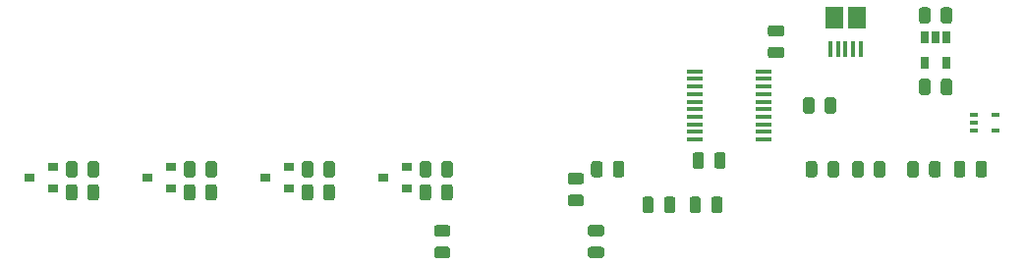
<source format=gbr>
G04 #@! TF.GenerationSoftware,KiCad,Pcbnew,(5.1.5)-3*
G04 #@! TF.CreationDate,2020-02-02T22:30:26-05:00*
G04 #@! TF.ProjectId,STM32_Klipper_Expander,53544d33-325f-44b6-9c69-707065725f45,rev?*
G04 #@! TF.SameCoordinates,Original*
G04 #@! TF.FileFunction,Paste,Top*
G04 #@! TF.FilePolarity,Positive*
%FSLAX46Y46*%
G04 Gerber Fmt 4.6, Leading zero omitted, Abs format (unit mm)*
G04 Created by KiCad (PCBNEW (5.1.5)-3) date 2020-02-02 22:30:26*
%MOMM*%
%LPD*%
G04 APERTURE LIST*
%ADD10R,1.500000X1.900000*%
%ADD11R,0.400000X1.350000*%
%ADD12C,0.100000*%
%ADD13R,0.650000X0.400000*%
%ADD14R,0.900000X0.800000*%
%ADD15R,1.450000X0.450000*%
%ADD16R,0.650000X1.060000*%
G04 APERTURE END LIST*
D10*
X182742000Y-77421500D03*
D11*
X181742000Y-80121500D03*
X181092000Y-80121500D03*
X180442000Y-80121500D03*
X183042000Y-80121500D03*
X182392000Y-80121500D03*
D10*
X180742000Y-77421500D03*
D12*
G36*
X180955142Y-89801174D02*
G01*
X180978803Y-89804684D01*
X181002007Y-89810496D01*
X181024529Y-89818554D01*
X181046153Y-89828782D01*
X181066670Y-89841079D01*
X181085883Y-89855329D01*
X181103607Y-89871393D01*
X181119671Y-89889117D01*
X181133921Y-89908330D01*
X181146218Y-89928847D01*
X181156446Y-89950471D01*
X181164504Y-89972993D01*
X181170316Y-89996197D01*
X181173826Y-90019858D01*
X181175000Y-90043750D01*
X181175000Y-90956250D01*
X181173826Y-90980142D01*
X181170316Y-91003803D01*
X181164504Y-91027007D01*
X181156446Y-91049529D01*
X181146218Y-91071153D01*
X181133921Y-91091670D01*
X181119671Y-91110883D01*
X181103607Y-91128607D01*
X181085883Y-91144671D01*
X181066670Y-91158921D01*
X181046153Y-91171218D01*
X181024529Y-91181446D01*
X181002007Y-91189504D01*
X180978803Y-91195316D01*
X180955142Y-91198826D01*
X180931250Y-91200000D01*
X180443750Y-91200000D01*
X180419858Y-91198826D01*
X180396197Y-91195316D01*
X180372993Y-91189504D01*
X180350471Y-91181446D01*
X180328847Y-91171218D01*
X180308330Y-91158921D01*
X180289117Y-91144671D01*
X180271393Y-91128607D01*
X180255329Y-91110883D01*
X180241079Y-91091670D01*
X180228782Y-91071153D01*
X180218554Y-91049529D01*
X180210496Y-91027007D01*
X180204684Y-91003803D01*
X180201174Y-90980142D01*
X180200000Y-90956250D01*
X180200000Y-90043750D01*
X180201174Y-90019858D01*
X180204684Y-89996197D01*
X180210496Y-89972993D01*
X180218554Y-89950471D01*
X180228782Y-89928847D01*
X180241079Y-89908330D01*
X180255329Y-89889117D01*
X180271393Y-89871393D01*
X180289117Y-89855329D01*
X180308330Y-89841079D01*
X180328847Y-89828782D01*
X180350471Y-89818554D01*
X180372993Y-89810496D01*
X180396197Y-89804684D01*
X180419858Y-89801174D01*
X180443750Y-89800000D01*
X180931250Y-89800000D01*
X180955142Y-89801174D01*
G37*
G36*
X179080142Y-89801174D02*
G01*
X179103803Y-89804684D01*
X179127007Y-89810496D01*
X179149529Y-89818554D01*
X179171153Y-89828782D01*
X179191670Y-89841079D01*
X179210883Y-89855329D01*
X179228607Y-89871393D01*
X179244671Y-89889117D01*
X179258921Y-89908330D01*
X179271218Y-89928847D01*
X179281446Y-89950471D01*
X179289504Y-89972993D01*
X179295316Y-89996197D01*
X179298826Y-90019858D01*
X179300000Y-90043750D01*
X179300000Y-90956250D01*
X179298826Y-90980142D01*
X179295316Y-91003803D01*
X179289504Y-91027007D01*
X179281446Y-91049529D01*
X179271218Y-91071153D01*
X179258921Y-91091670D01*
X179244671Y-91110883D01*
X179228607Y-91128607D01*
X179210883Y-91144671D01*
X179191670Y-91158921D01*
X179171153Y-91171218D01*
X179149529Y-91181446D01*
X179127007Y-91189504D01*
X179103803Y-91195316D01*
X179080142Y-91198826D01*
X179056250Y-91200000D01*
X178568750Y-91200000D01*
X178544858Y-91198826D01*
X178521197Y-91195316D01*
X178497993Y-91189504D01*
X178475471Y-91181446D01*
X178453847Y-91171218D01*
X178433330Y-91158921D01*
X178414117Y-91144671D01*
X178396393Y-91128607D01*
X178380329Y-91110883D01*
X178366079Y-91091670D01*
X178353782Y-91071153D01*
X178343554Y-91049529D01*
X178335496Y-91027007D01*
X178329684Y-91003803D01*
X178326174Y-90980142D01*
X178325000Y-90956250D01*
X178325000Y-90043750D01*
X178326174Y-90019858D01*
X178329684Y-89996197D01*
X178335496Y-89972993D01*
X178343554Y-89950471D01*
X178353782Y-89928847D01*
X178366079Y-89908330D01*
X178380329Y-89889117D01*
X178396393Y-89871393D01*
X178414117Y-89855329D01*
X178433330Y-89841079D01*
X178453847Y-89828782D01*
X178475471Y-89818554D01*
X178497993Y-89810496D01*
X178521197Y-89804684D01*
X178544858Y-89801174D01*
X178568750Y-89800000D01*
X179056250Y-89800000D01*
X179080142Y-89801174D01*
G37*
G36*
X183080142Y-89801174D02*
G01*
X183103803Y-89804684D01*
X183127007Y-89810496D01*
X183149529Y-89818554D01*
X183171153Y-89828782D01*
X183191670Y-89841079D01*
X183210883Y-89855329D01*
X183228607Y-89871393D01*
X183244671Y-89889117D01*
X183258921Y-89908330D01*
X183271218Y-89928847D01*
X183281446Y-89950471D01*
X183289504Y-89972993D01*
X183295316Y-89996197D01*
X183298826Y-90019858D01*
X183300000Y-90043750D01*
X183300000Y-90956250D01*
X183298826Y-90980142D01*
X183295316Y-91003803D01*
X183289504Y-91027007D01*
X183281446Y-91049529D01*
X183271218Y-91071153D01*
X183258921Y-91091670D01*
X183244671Y-91110883D01*
X183228607Y-91128607D01*
X183210883Y-91144671D01*
X183191670Y-91158921D01*
X183171153Y-91171218D01*
X183149529Y-91181446D01*
X183127007Y-91189504D01*
X183103803Y-91195316D01*
X183080142Y-91198826D01*
X183056250Y-91200000D01*
X182568750Y-91200000D01*
X182544858Y-91198826D01*
X182521197Y-91195316D01*
X182497993Y-91189504D01*
X182475471Y-91181446D01*
X182453847Y-91171218D01*
X182433330Y-91158921D01*
X182414117Y-91144671D01*
X182396393Y-91128607D01*
X182380329Y-91110883D01*
X182366079Y-91091670D01*
X182353782Y-91071153D01*
X182343554Y-91049529D01*
X182335496Y-91027007D01*
X182329684Y-91003803D01*
X182326174Y-90980142D01*
X182325000Y-90956250D01*
X182325000Y-90043750D01*
X182326174Y-90019858D01*
X182329684Y-89996197D01*
X182335496Y-89972993D01*
X182343554Y-89950471D01*
X182353782Y-89928847D01*
X182366079Y-89908330D01*
X182380329Y-89889117D01*
X182396393Y-89871393D01*
X182414117Y-89855329D01*
X182433330Y-89841079D01*
X182453847Y-89828782D01*
X182475471Y-89818554D01*
X182497993Y-89810496D01*
X182521197Y-89804684D01*
X182544858Y-89801174D01*
X182568750Y-89800000D01*
X183056250Y-89800000D01*
X183080142Y-89801174D01*
G37*
G36*
X184955142Y-89801174D02*
G01*
X184978803Y-89804684D01*
X185002007Y-89810496D01*
X185024529Y-89818554D01*
X185046153Y-89828782D01*
X185066670Y-89841079D01*
X185085883Y-89855329D01*
X185103607Y-89871393D01*
X185119671Y-89889117D01*
X185133921Y-89908330D01*
X185146218Y-89928847D01*
X185156446Y-89950471D01*
X185164504Y-89972993D01*
X185170316Y-89996197D01*
X185173826Y-90019858D01*
X185175000Y-90043750D01*
X185175000Y-90956250D01*
X185173826Y-90980142D01*
X185170316Y-91003803D01*
X185164504Y-91027007D01*
X185156446Y-91049529D01*
X185146218Y-91071153D01*
X185133921Y-91091670D01*
X185119671Y-91110883D01*
X185103607Y-91128607D01*
X185085883Y-91144671D01*
X185066670Y-91158921D01*
X185046153Y-91171218D01*
X185024529Y-91181446D01*
X185002007Y-91189504D01*
X184978803Y-91195316D01*
X184955142Y-91198826D01*
X184931250Y-91200000D01*
X184443750Y-91200000D01*
X184419858Y-91198826D01*
X184396197Y-91195316D01*
X184372993Y-91189504D01*
X184350471Y-91181446D01*
X184328847Y-91171218D01*
X184308330Y-91158921D01*
X184289117Y-91144671D01*
X184271393Y-91128607D01*
X184255329Y-91110883D01*
X184241079Y-91091670D01*
X184228782Y-91071153D01*
X184218554Y-91049529D01*
X184210496Y-91027007D01*
X184204684Y-91003803D01*
X184201174Y-90980142D01*
X184200000Y-90956250D01*
X184200000Y-90043750D01*
X184201174Y-90019858D01*
X184204684Y-89996197D01*
X184210496Y-89972993D01*
X184218554Y-89950471D01*
X184228782Y-89928847D01*
X184241079Y-89908330D01*
X184255329Y-89889117D01*
X184271393Y-89871393D01*
X184289117Y-89855329D01*
X184308330Y-89841079D01*
X184328847Y-89828782D01*
X184350471Y-89818554D01*
X184372993Y-89810496D01*
X184396197Y-89804684D01*
X184419858Y-89801174D01*
X184443750Y-89800000D01*
X184931250Y-89800000D01*
X184955142Y-89801174D01*
G37*
G36*
X145810142Y-89801174D02*
G01*
X145833803Y-89804684D01*
X145857007Y-89810496D01*
X145879529Y-89818554D01*
X145901153Y-89828782D01*
X145921670Y-89841079D01*
X145940883Y-89855329D01*
X145958607Y-89871393D01*
X145974671Y-89889117D01*
X145988921Y-89908330D01*
X146001218Y-89928847D01*
X146011446Y-89950471D01*
X146019504Y-89972993D01*
X146025316Y-89996197D01*
X146028826Y-90019858D01*
X146030000Y-90043750D01*
X146030000Y-90956250D01*
X146028826Y-90980142D01*
X146025316Y-91003803D01*
X146019504Y-91027007D01*
X146011446Y-91049529D01*
X146001218Y-91071153D01*
X145988921Y-91091670D01*
X145974671Y-91110883D01*
X145958607Y-91128607D01*
X145940883Y-91144671D01*
X145921670Y-91158921D01*
X145901153Y-91171218D01*
X145879529Y-91181446D01*
X145857007Y-91189504D01*
X145833803Y-91195316D01*
X145810142Y-91198826D01*
X145786250Y-91200000D01*
X145298750Y-91200000D01*
X145274858Y-91198826D01*
X145251197Y-91195316D01*
X145227993Y-91189504D01*
X145205471Y-91181446D01*
X145183847Y-91171218D01*
X145163330Y-91158921D01*
X145144117Y-91144671D01*
X145126393Y-91128607D01*
X145110329Y-91110883D01*
X145096079Y-91091670D01*
X145083782Y-91071153D01*
X145073554Y-91049529D01*
X145065496Y-91027007D01*
X145059684Y-91003803D01*
X145056174Y-90980142D01*
X145055000Y-90956250D01*
X145055000Y-90043750D01*
X145056174Y-90019858D01*
X145059684Y-89996197D01*
X145065496Y-89972993D01*
X145073554Y-89950471D01*
X145083782Y-89928847D01*
X145096079Y-89908330D01*
X145110329Y-89889117D01*
X145126393Y-89871393D01*
X145144117Y-89855329D01*
X145163330Y-89841079D01*
X145183847Y-89828782D01*
X145205471Y-89818554D01*
X145227993Y-89810496D01*
X145251197Y-89804684D01*
X145274858Y-89801174D01*
X145298750Y-89800000D01*
X145786250Y-89800000D01*
X145810142Y-89801174D01*
G37*
G36*
X147685142Y-89801174D02*
G01*
X147708803Y-89804684D01*
X147732007Y-89810496D01*
X147754529Y-89818554D01*
X147776153Y-89828782D01*
X147796670Y-89841079D01*
X147815883Y-89855329D01*
X147833607Y-89871393D01*
X147849671Y-89889117D01*
X147863921Y-89908330D01*
X147876218Y-89928847D01*
X147886446Y-89950471D01*
X147894504Y-89972993D01*
X147900316Y-89996197D01*
X147903826Y-90019858D01*
X147905000Y-90043750D01*
X147905000Y-90956250D01*
X147903826Y-90980142D01*
X147900316Y-91003803D01*
X147894504Y-91027007D01*
X147886446Y-91049529D01*
X147876218Y-91071153D01*
X147863921Y-91091670D01*
X147849671Y-91110883D01*
X147833607Y-91128607D01*
X147815883Y-91144671D01*
X147796670Y-91158921D01*
X147776153Y-91171218D01*
X147754529Y-91181446D01*
X147732007Y-91189504D01*
X147708803Y-91195316D01*
X147685142Y-91198826D01*
X147661250Y-91200000D01*
X147173750Y-91200000D01*
X147149858Y-91198826D01*
X147126197Y-91195316D01*
X147102993Y-91189504D01*
X147080471Y-91181446D01*
X147058847Y-91171218D01*
X147038330Y-91158921D01*
X147019117Y-91144671D01*
X147001393Y-91128607D01*
X146985329Y-91110883D01*
X146971079Y-91091670D01*
X146958782Y-91071153D01*
X146948554Y-91049529D01*
X146940496Y-91027007D01*
X146934684Y-91003803D01*
X146931174Y-90980142D01*
X146930000Y-90956250D01*
X146930000Y-90043750D01*
X146931174Y-90019858D01*
X146934684Y-89996197D01*
X146940496Y-89972993D01*
X146948554Y-89950471D01*
X146958782Y-89928847D01*
X146971079Y-89908330D01*
X146985329Y-89889117D01*
X147001393Y-89871393D01*
X147019117Y-89855329D01*
X147038330Y-89841079D01*
X147058847Y-89828782D01*
X147080471Y-89818554D01*
X147102993Y-89810496D01*
X147126197Y-89804684D01*
X147149858Y-89801174D01*
X147173750Y-89800000D01*
X147661250Y-89800000D01*
X147685142Y-89801174D01*
G37*
G36*
X147685142Y-91801174D02*
G01*
X147708803Y-91804684D01*
X147732007Y-91810496D01*
X147754529Y-91818554D01*
X147776153Y-91828782D01*
X147796670Y-91841079D01*
X147815883Y-91855329D01*
X147833607Y-91871393D01*
X147849671Y-91889117D01*
X147863921Y-91908330D01*
X147876218Y-91928847D01*
X147886446Y-91950471D01*
X147894504Y-91972993D01*
X147900316Y-91996197D01*
X147903826Y-92019858D01*
X147905000Y-92043750D01*
X147905000Y-92956250D01*
X147903826Y-92980142D01*
X147900316Y-93003803D01*
X147894504Y-93027007D01*
X147886446Y-93049529D01*
X147876218Y-93071153D01*
X147863921Y-93091670D01*
X147849671Y-93110883D01*
X147833607Y-93128607D01*
X147815883Y-93144671D01*
X147796670Y-93158921D01*
X147776153Y-93171218D01*
X147754529Y-93181446D01*
X147732007Y-93189504D01*
X147708803Y-93195316D01*
X147685142Y-93198826D01*
X147661250Y-93200000D01*
X147173750Y-93200000D01*
X147149858Y-93198826D01*
X147126197Y-93195316D01*
X147102993Y-93189504D01*
X147080471Y-93181446D01*
X147058847Y-93171218D01*
X147038330Y-93158921D01*
X147019117Y-93144671D01*
X147001393Y-93128607D01*
X146985329Y-93110883D01*
X146971079Y-93091670D01*
X146958782Y-93071153D01*
X146948554Y-93049529D01*
X146940496Y-93027007D01*
X146934684Y-93003803D01*
X146931174Y-92980142D01*
X146930000Y-92956250D01*
X146930000Y-92043750D01*
X146931174Y-92019858D01*
X146934684Y-91996197D01*
X146940496Y-91972993D01*
X146948554Y-91950471D01*
X146958782Y-91928847D01*
X146971079Y-91908330D01*
X146985329Y-91889117D01*
X147001393Y-91871393D01*
X147019117Y-91855329D01*
X147038330Y-91841079D01*
X147058847Y-91828782D01*
X147080471Y-91818554D01*
X147102993Y-91810496D01*
X147126197Y-91804684D01*
X147149858Y-91801174D01*
X147173750Y-91800000D01*
X147661250Y-91800000D01*
X147685142Y-91801174D01*
G37*
G36*
X145810142Y-91801174D02*
G01*
X145833803Y-91804684D01*
X145857007Y-91810496D01*
X145879529Y-91818554D01*
X145901153Y-91828782D01*
X145921670Y-91841079D01*
X145940883Y-91855329D01*
X145958607Y-91871393D01*
X145974671Y-91889117D01*
X145988921Y-91908330D01*
X146001218Y-91928847D01*
X146011446Y-91950471D01*
X146019504Y-91972993D01*
X146025316Y-91996197D01*
X146028826Y-92019858D01*
X146030000Y-92043750D01*
X146030000Y-92956250D01*
X146028826Y-92980142D01*
X146025316Y-93003803D01*
X146019504Y-93027007D01*
X146011446Y-93049529D01*
X146001218Y-93071153D01*
X145988921Y-93091670D01*
X145974671Y-93110883D01*
X145958607Y-93128607D01*
X145940883Y-93144671D01*
X145921670Y-93158921D01*
X145901153Y-93171218D01*
X145879529Y-93181446D01*
X145857007Y-93189504D01*
X145833803Y-93195316D01*
X145810142Y-93198826D01*
X145786250Y-93200000D01*
X145298750Y-93200000D01*
X145274858Y-93198826D01*
X145251197Y-93195316D01*
X145227993Y-93189504D01*
X145205471Y-93181446D01*
X145183847Y-93171218D01*
X145163330Y-93158921D01*
X145144117Y-93144671D01*
X145126393Y-93128607D01*
X145110329Y-93110883D01*
X145096079Y-93091670D01*
X145083782Y-93071153D01*
X145073554Y-93049529D01*
X145065496Y-93027007D01*
X145059684Y-93003803D01*
X145056174Y-92980142D01*
X145055000Y-92956250D01*
X145055000Y-92043750D01*
X145056174Y-92019858D01*
X145059684Y-91996197D01*
X145065496Y-91972993D01*
X145073554Y-91950471D01*
X145083782Y-91928847D01*
X145096079Y-91908330D01*
X145110329Y-91889117D01*
X145126393Y-91871393D01*
X145144117Y-91855329D01*
X145163330Y-91841079D01*
X145183847Y-91828782D01*
X145205471Y-91818554D01*
X145227993Y-91810496D01*
X145251197Y-91804684D01*
X145274858Y-91801174D01*
X145298750Y-91800000D01*
X145786250Y-91800000D01*
X145810142Y-91801174D01*
G37*
G36*
X135650142Y-89801174D02*
G01*
X135673803Y-89804684D01*
X135697007Y-89810496D01*
X135719529Y-89818554D01*
X135741153Y-89828782D01*
X135761670Y-89841079D01*
X135780883Y-89855329D01*
X135798607Y-89871393D01*
X135814671Y-89889117D01*
X135828921Y-89908330D01*
X135841218Y-89928847D01*
X135851446Y-89950471D01*
X135859504Y-89972993D01*
X135865316Y-89996197D01*
X135868826Y-90019858D01*
X135870000Y-90043750D01*
X135870000Y-90956250D01*
X135868826Y-90980142D01*
X135865316Y-91003803D01*
X135859504Y-91027007D01*
X135851446Y-91049529D01*
X135841218Y-91071153D01*
X135828921Y-91091670D01*
X135814671Y-91110883D01*
X135798607Y-91128607D01*
X135780883Y-91144671D01*
X135761670Y-91158921D01*
X135741153Y-91171218D01*
X135719529Y-91181446D01*
X135697007Y-91189504D01*
X135673803Y-91195316D01*
X135650142Y-91198826D01*
X135626250Y-91200000D01*
X135138750Y-91200000D01*
X135114858Y-91198826D01*
X135091197Y-91195316D01*
X135067993Y-91189504D01*
X135045471Y-91181446D01*
X135023847Y-91171218D01*
X135003330Y-91158921D01*
X134984117Y-91144671D01*
X134966393Y-91128607D01*
X134950329Y-91110883D01*
X134936079Y-91091670D01*
X134923782Y-91071153D01*
X134913554Y-91049529D01*
X134905496Y-91027007D01*
X134899684Y-91003803D01*
X134896174Y-90980142D01*
X134895000Y-90956250D01*
X134895000Y-90043750D01*
X134896174Y-90019858D01*
X134899684Y-89996197D01*
X134905496Y-89972993D01*
X134913554Y-89950471D01*
X134923782Y-89928847D01*
X134936079Y-89908330D01*
X134950329Y-89889117D01*
X134966393Y-89871393D01*
X134984117Y-89855329D01*
X135003330Y-89841079D01*
X135023847Y-89828782D01*
X135045471Y-89818554D01*
X135067993Y-89810496D01*
X135091197Y-89804684D01*
X135114858Y-89801174D01*
X135138750Y-89800000D01*
X135626250Y-89800000D01*
X135650142Y-89801174D01*
G37*
G36*
X137525142Y-89801174D02*
G01*
X137548803Y-89804684D01*
X137572007Y-89810496D01*
X137594529Y-89818554D01*
X137616153Y-89828782D01*
X137636670Y-89841079D01*
X137655883Y-89855329D01*
X137673607Y-89871393D01*
X137689671Y-89889117D01*
X137703921Y-89908330D01*
X137716218Y-89928847D01*
X137726446Y-89950471D01*
X137734504Y-89972993D01*
X137740316Y-89996197D01*
X137743826Y-90019858D01*
X137745000Y-90043750D01*
X137745000Y-90956250D01*
X137743826Y-90980142D01*
X137740316Y-91003803D01*
X137734504Y-91027007D01*
X137726446Y-91049529D01*
X137716218Y-91071153D01*
X137703921Y-91091670D01*
X137689671Y-91110883D01*
X137673607Y-91128607D01*
X137655883Y-91144671D01*
X137636670Y-91158921D01*
X137616153Y-91171218D01*
X137594529Y-91181446D01*
X137572007Y-91189504D01*
X137548803Y-91195316D01*
X137525142Y-91198826D01*
X137501250Y-91200000D01*
X137013750Y-91200000D01*
X136989858Y-91198826D01*
X136966197Y-91195316D01*
X136942993Y-91189504D01*
X136920471Y-91181446D01*
X136898847Y-91171218D01*
X136878330Y-91158921D01*
X136859117Y-91144671D01*
X136841393Y-91128607D01*
X136825329Y-91110883D01*
X136811079Y-91091670D01*
X136798782Y-91071153D01*
X136788554Y-91049529D01*
X136780496Y-91027007D01*
X136774684Y-91003803D01*
X136771174Y-90980142D01*
X136770000Y-90956250D01*
X136770000Y-90043750D01*
X136771174Y-90019858D01*
X136774684Y-89996197D01*
X136780496Y-89972993D01*
X136788554Y-89950471D01*
X136798782Y-89928847D01*
X136811079Y-89908330D01*
X136825329Y-89889117D01*
X136841393Y-89871393D01*
X136859117Y-89855329D01*
X136878330Y-89841079D01*
X136898847Y-89828782D01*
X136920471Y-89818554D01*
X136942993Y-89810496D01*
X136966197Y-89804684D01*
X136989858Y-89801174D01*
X137013750Y-89800000D01*
X137501250Y-89800000D01*
X137525142Y-89801174D01*
G37*
G36*
X137525142Y-91801174D02*
G01*
X137548803Y-91804684D01*
X137572007Y-91810496D01*
X137594529Y-91818554D01*
X137616153Y-91828782D01*
X137636670Y-91841079D01*
X137655883Y-91855329D01*
X137673607Y-91871393D01*
X137689671Y-91889117D01*
X137703921Y-91908330D01*
X137716218Y-91928847D01*
X137726446Y-91950471D01*
X137734504Y-91972993D01*
X137740316Y-91996197D01*
X137743826Y-92019858D01*
X137745000Y-92043750D01*
X137745000Y-92956250D01*
X137743826Y-92980142D01*
X137740316Y-93003803D01*
X137734504Y-93027007D01*
X137726446Y-93049529D01*
X137716218Y-93071153D01*
X137703921Y-93091670D01*
X137689671Y-93110883D01*
X137673607Y-93128607D01*
X137655883Y-93144671D01*
X137636670Y-93158921D01*
X137616153Y-93171218D01*
X137594529Y-93181446D01*
X137572007Y-93189504D01*
X137548803Y-93195316D01*
X137525142Y-93198826D01*
X137501250Y-93200000D01*
X137013750Y-93200000D01*
X136989858Y-93198826D01*
X136966197Y-93195316D01*
X136942993Y-93189504D01*
X136920471Y-93181446D01*
X136898847Y-93171218D01*
X136878330Y-93158921D01*
X136859117Y-93144671D01*
X136841393Y-93128607D01*
X136825329Y-93110883D01*
X136811079Y-93091670D01*
X136798782Y-93071153D01*
X136788554Y-93049529D01*
X136780496Y-93027007D01*
X136774684Y-93003803D01*
X136771174Y-92980142D01*
X136770000Y-92956250D01*
X136770000Y-92043750D01*
X136771174Y-92019858D01*
X136774684Y-91996197D01*
X136780496Y-91972993D01*
X136788554Y-91950471D01*
X136798782Y-91928847D01*
X136811079Y-91908330D01*
X136825329Y-91889117D01*
X136841393Y-91871393D01*
X136859117Y-91855329D01*
X136878330Y-91841079D01*
X136898847Y-91828782D01*
X136920471Y-91818554D01*
X136942993Y-91810496D01*
X136966197Y-91804684D01*
X136989858Y-91801174D01*
X137013750Y-91800000D01*
X137501250Y-91800000D01*
X137525142Y-91801174D01*
G37*
G36*
X135650142Y-91801174D02*
G01*
X135673803Y-91804684D01*
X135697007Y-91810496D01*
X135719529Y-91818554D01*
X135741153Y-91828782D01*
X135761670Y-91841079D01*
X135780883Y-91855329D01*
X135798607Y-91871393D01*
X135814671Y-91889117D01*
X135828921Y-91908330D01*
X135841218Y-91928847D01*
X135851446Y-91950471D01*
X135859504Y-91972993D01*
X135865316Y-91996197D01*
X135868826Y-92019858D01*
X135870000Y-92043750D01*
X135870000Y-92956250D01*
X135868826Y-92980142D01*
X135865316Y-93003803D01*
X135859504Y-93027007D01*
X135851446Y-93049529D01*
X135841218Y-93071153D01*
X135828921Y-93091670D01*
X135814671Y-93110883D01*
X135798607Y-93128607D01*
X135780883Y-93144671D01*
X135761670Y-93158921D01*
X135741153Y-93171218D01*
X135719529Y-93181446D01*
X135697007Y-93189504D01*
X135673803Y-93195316D01*
X135650142Y-93198826D01*
X135626250Y-93200000D01*
X135138750Y-93200000D01*
X135114858Y-93198826D01*
X135091197Y-93195316D01*
X135067993Y-93189504D01*
X135045471Y-93181446D01*
X135023847Y-93171218D01*
X135003330Y-93158921D01*
X134984117Y-93144671D01*
X134966393Y-93128607D01*
X134950329Y-93110883D01*
X134936079Y-93091670D01*
X134923782Y-93071153D01*
X134913554Y-93049529D01*
X134905496Y-93027007D01*
X134899684Y-93003803D01*
X134896174Y-92980142D01*
X134895000Y-92956250D01*
X134895000Y-92043750D01*
X134896174Y-92019858D01*
X134899684Y-91996197D01*
X134905496Y-91972993D01*
X134913554Y-91950471D01*
X134923782Y-91928847D01*
X134936079Y-91908330D01*
X134950329Y-91889117D01*
X134966393Y-91871393D01*
X134984117Y-91855329D01*
X135003330Y-91841079D01*
X135023847Y-91828782D01*
X135045471Y-91818554D01*
X135067993Y-91810496D01*
X135091197Y-91804684D01*
X135114858Y-91801174D01*
X135138750Y-91800000D01*
X135626250Y-91800000D01*
X135650142Y-91801174D01*
G37*
G36*
X125490142Y-89801174D02*
G01*
X125513803Y-89804684D01*
X125537007Y-89810496D01*
X125559529Y-89818554D01*
X125581153Y-89828782D01*
X125601670Y-89841079D01*
X125620883Y-89855329D01*
X125638607Y-89871393D01*
X125654671Y-89889117D01*
X125668921Y-89908330D01*
X125681218Y-89928847D01*
X125691446Y-89950471D01*
X125699504Y-89972993D01*
X125705316Y-89996197D01*
X125708826Y-90019858D01*
X125710000Y-90043750D01*
X125710000Y-90956250D01*
X125708826Y-90980142D01*
X125705316Y-91003803D01*
X125699504Y-91027007D01*
X125691446Y-91049529D01*
X125681218Y-91071153D01*
X125668921Y-91091670D01*
X125654671Y-91110883D01*
X125638607Y-91128607D01*
X125620883Y-91144671D01*
X125601670Y-91158921D01*
X125581153Y-91171218D01*
X125559529Y-91181446D01*
X125537007Y-91189504D01*
X125513803Y-91195316D01*
X125490142Y-91198826D01*
X125466250Y-91200000D01*
X124978750Y-91200000D01*
X124954858Y-91198826D01*
X124931197Y-91195316D01*
X124907993Y-91189504D01*
X124885471Y-91181446D01*
X124863847Y-91171218D01*
X124843330Y-91158921D01*
X124824117Y-91144671D01*
X124806393Y-91128607D01*
X124790329Y-91110883D01*
X124776079Y-91091670D01*
X124763782Y-91071153D01*
X124753554Y-91049529D01*
X124745496Y-91027007D01*
X124739684Y-91003803D01*
X124736174Y-90980142D01*
X124735000Y-90956250D01*
X124735000Y-90043750D01*
X124736174Y-90019858D01*
X124739684Y-89996197D01*
X124745496Y-89972993D01*
X124753554Y-89950471D01*
X124763782Y-89928847D01*
X124776079Y-89908330D01*
X124790329Y-89889117D01*
X124806393Y-89871393D01*
X124824117Y-89855329D01*
X124843330Y-89841079D01*
X124863847Y-89828782D01*
X124885471Y-89818554D01*
X124907993Y-89810496D01*
X124931197Y-89804684D01*
X124954858Y-89801174D01*
X124978750Y-89800000D01*
X125466250Y-89800000D01*
X125490142Y-89801174D01*
G37*
G36*
X127365142Y-89801174D02*
G01*
X127388803Y-89804684D01*
X127412007Y-89810496D01*
X127434529Y-89818554D01*
X127456153Y-89828782D01*
X127476670Y-89841079D01*
X127495883Y-89855329D01*
X127513607Y-89871393D01*
X127529671Y-89889117D01*
X127543921Y-89908330D01*
X127556218Y-89928847D01*
X127566446Y-89950471D01*
X127574504Y-89972993D01*
X127580316Y-89996197D01*
X127583826Y-90019858D01*
X127585000Y-90043750D01*
X127585000Y-90956250D01*
X127583826Y-90980142D01*
X127580316Y-91003803D01*
X127574504Y-91027007D01*
X127566446Y-91049529D01*
X127556218Y-91071153D01*
X127543921Y-91091670D01*
X127529671Y-91110883D01*
X127513607Y-91128607D01*
X127495883Y-91144671D01*
X127476670Y-91158921D01*
X127456153Y-91171218D01*
X127434529Y-91181446D01*
X127412007Y-91189504D01*
X127388803Y-91195316D01*
X127365142Y-91198826D01*
X127341250Y-91200000D01*
X126853750Y-91200000D01*
X126829858Y-91198826D01*
X126806197Y-91195316D01*
X126782993Y-91189504D01*
X126760471Y-91181446D01*
X126738847Y-91171218D01*
X126718330Y-91158921D01*
X126699117Y-91144671D01*
X126681393Y-91128607D01*
X126665329Y-91110883D01*
X126651079Y-91091670D01*
X126638782Y-91071153D01*
X126628554Y-91049529D01*
X126620496Y-91027007D01*
X126614684Y-91003803D01*
X126611174Y-90980142D01*
X126610000Y-90956250D01*
X126610000Y-90043750D01*
X126611174Y-90019858D01*
X126614684Y-89996197D01*
X126620496Y-89972993D01*
X126628554Y-89950471D01*
X126638782Y-89928847D01*
X126651079Y-89908330D01*
X126665329Y-89889117D01*
X126681393Y-89871393D01*
X126699117Y-89855329D01*
X126718330Y-89841079D01*
X126738847Y-89828782D01*
X126760471Y-89818554D01*
X126782993Y-89810496D01*
X126806197Y-89804684D01*
X126829858Y-89801174D01*
X126853750Y-89800000D01*
X127341250Y-89800000D01*
X127365142Y-89801174D01*
G37*
G36*
X127365142Y-91801174D02*
G01*
X127388803Y-91804684D01*
X127412007Y-91810496D01*
X127434529Y-91818554D01*
X127456153Y-91828782D01*
X127476670Y-91841079D01*
X127495883Y-91855329D01*
X127513607Y-91871393D01*
X127529671Y-91889117D01*
X127543921Y-91908330D01*
X127556218Y-91928847D01*
X127566446Y-91950471D01*
X127574504Y-91972993D01*
X127580316Y-91996197D01*
X127583826Y-92019858D01*
X127585000Y-92043750D01*
X127585000Y-92956250D01*
X127583826Y-92980142D01*
X127580316Y-93003803D01*
X127574504Y-93027007D01*
X127566446Y-93049529D01*
X127556218Y-93071153D01*
X127543921Y-93091670D01*
X127529671Y-93110883D01*
X127513607Y-93128607D01*
X127495883Y-93144671D01*
X127476670Y-93158921D01*
X127456153Y-93171218D01*
X127434529Y-93181446D01*
X127412007Y-93189504D01*
X127388803Y-93195316D01*
X127365142Y-93198826D01*
X127341250Y-93200000D01*
X126853750Y-93200000D01*
X126829858Y-93198826D01*
X126806197Y-93195316D01*
X126782993Y-93189504D01*
X126760471Y-93181446D01*
X126738847Y-93171218D01*
X126718330Y-93158921D01*
X126699117Y-93144671D01*
X126681393Y-93128607D01*
X126665329Y-93110883D01*
X126651079Y-93091670D01*
X126638782Y-93071153D01*
X126628554Y-93049529D01*
X126620496Y-93027007D01*
X126614684Y-93003803D01*
X126611174Y-92980142D01*
X126610000Y-92956250D01*
X126610000Y-92043750D01*
X126611174Y-92019858D01*
X126614684Y-91996197D01*
X126620496Y-91972993D01*
X126628554Y-91950471D01*
X126638782Y-91928847D01*
X126651079Y-91908330D01*
X126665329Y-91889117D01*
X126681393Y-91871393D01*
X126699117Y-91855329D01*
X126718330Y-91841079D01*
X126738847Y-91828782D01*
X126760471Y-91818554D01*
X126782993Y-91810496D01*
X126806197Y-91804684D01*
X126829858Y-91801174D01*
X126853750Y-91800000D01*
X127341250Y-91800000D01*
X127365142Y-91801174D01*
G37*
G36*
X125490142Y-91801174D02*
G01*
X125513803Y-91804684D01*
X125537007Y-91810496D01*
X125559529Y-91818554D01*
X125581153Y-91828782D01*
X125601670Y-91841079D01*
X125620883Y-91855329D01*
X125638607Y-91871393D01*
X125654671Y-91889117D01*
X125668921Y-91908330D01*
X125681218Y-91928847D01*
X125691446Y-91950471D01*
X125699504Y-91972993D01*
X125705316Y-91996197D01*
X125708826Y-92019858D01*
X125710000Y-92043750D01*
X125710000Y-92956250D01*
X125708826Y-92980142D01*
X125705316Y-93003803D01*
X125699504Y-93027007D01*
X125691446Y-93049529D01*
X125681218Y-93071153D01*
X125668921Y-93091670D01*
X125654671Y-93110883D01*
X125638607Y-93128607D01*
X125620883Y-93144671D01*
X125601670Y-93158921D01*
X125581153Y-93171218D01*
X125559529Y-93181446D01*
X125537007Y-93189504D01*
X125513803Y-93195316D01*
X125490142Y-93198826D01*
X125466250Y-93200000D01*
X124978750Y-93200000D01*
X124954858Y-93198826D01*
X124931197Y-93195316D01*
X124907993Y-93189504D01*
X124885471Y-93181446D01*
X124863847Y-93171218D01*
X124843330Y-93158921D01*
X124824117Y-93144671D01*
X124806393Y-93128607D01*
X124790329Y-93110883D01*
X124776079Y-93091670D01*
X124763782Y-93071153D01*
X124753554Y-93049529D01*
X124745496Y-93027007D01*
X124739684Y-93003803D01*
X124736174Y-92980142D01*
X124735000Y-92956250D01*
X124735000Y-92043750D01*
X124736174Y-92019858D01*
X124739684Y-91996197D01*
X124745496Y-91972993D01*
X124753554Y-91950471D01*
X124763782Y-91928847D01*
X124776079Y-91908330D01*
X124790329Y-91889117D01*
X124806393Y-91871393D01*
X124824117Y-91855329D01*
X124843330Y-91841079D01*
X124863847Y-91828782D01*
X124885471Y-91818554D01*
X124907993Y-91810496D01*
X124931197Y-91804684D01*
X124954858Y-91801174D01*
X124978750Y-91800000D01*
X125466250Y-91800000D01*
X125490142Y-91801174D01*
G37*
G36*
X147480142Y-95326174D02*
G01*
X147503803Y-95329684D01*
X147527007Y-95335496D01*
X147549529Y-95343554D01*
X147571153Y-95353782D01*
X147591670Y-95366079D01*
X147610883Y-95380329D01*
X147628607Y-95396393D01*
X147644671Y-95414117D01*
X147658921Y-95433330D01*
X147671218Y-95453847D01*
X147681446Y-95475471D01*
X147689504Y-95497993D01*
X147695316Y-95521197D01*
X147698826Y-95544858D01*
X147700000Y-95568750D01*
X147700000Y-96056250D01*
X147698826Y-96080142D01*
X147695316Y-96103803D01*
X147689504Y-96127007D01*
X147681446Y-96149529D01*
X147671218Y-96171153D01*
X147658921Y-96191670D01*
X147644671Y-96210883D01*
X147628607Y-96228607D01*
X147610883Y-96244671D01*
X147591670Y-96258921D01*
X147571153Y-96271218D01*
X147549529Y-96281446D01*
X147527007Y-96289504D01*
X147503803Y-96295316D01*
X147480142Y-96298826D01*
X147456250Y-96300000D01*
X146543750Y-96300000D01*
X146519858Y-96298826D01*
X146496197Y-96295316D01*
X146472993Y-96289504D01*
X146450471Y-96281446D01*
X146428847Y-96271218D01*
X146408330Y-96258921D01*
X146389117Y-96244671D01*
X146371393Y-96228607D01*
X146355329Y-96210883D01*
X146341079Y-96191670D01*
X146328782Y-96171153D01*
X146318554Y-96149529D01*
X146310496Y-96127007D01*
X146304684Y-96103803D01*
X146301174Y-96080142D01*
X146300000Y-96056250D01*
X146300000Y-95568750D01*
X146301174Y-95544858D01*
X146304684Y-95521197D01*
X146310496Y-95497993D01*
X146318554Y-95475471D01*
X146328782Y-95453847D01*
X146341079Y-95433330D01*
X146355329Y-95414117D01*
X146371393Y-95396393D01*
X146389117Y-95380329D01*
X146408330Y-95366079D01*
X146428847Y-95353782D01*
X146450471Y-95343554D01*
X146472993Y-95335496D01*
X146496197Y-95329684D01*
X146519858Y-95326174D01*
X146543750Y-95325000D01*
X147456250Y-95325000D01*
X147480142Y-95326174D01*
G37*
G36*
X147480142Y-97201174D02*
G01*
X147503803Y-97204684D01*
X147527007Y-97210496D01*
X147549529Y-97218554D01*
X147571153Y-97228782D01*
X147591670Y-97241079D01*
X147610883Y-97255329D01*
X147628607Y-97271393D01*
X147644671Y-97289117D01*
X147658921Y-97308330D01*
X147671218Y-97328847D01*
X147681446Y-97350471D01*
X147689504Y-97372993D01*
X147695316Y-97396197D01*
X147698826Y-97419858D01*
X147700000Y-97443750D01*
X147700000Y-97931250D01*
X147698826Y-97955142D01*
X147695316Y-97978803D01*
X147689504Y-98002007D01*
X147681446Y-98024529D01*
X147671218Y-98046153D01*
X147658921Y-98066670D01*
X147644671Y-98085883D01*
X147628607Y-98103607D01*
X147610883Y-98119671D01*
X147591670Y-98133921D01*
X147571153Y-98146218D01*
X147549529Y-98156446D01*
X147527007Y-98164504D01*
X147503803Y-98170316D01*
X147480142Y-98173826D01*
X147456250Y-98175000D01*
X146543750Y-98175000D01*
X146519858Y-98173826D01*
X146496197Y-98170316D01*
X146472993Y-98164504D01*
X146450471Y-98156446D01*
X146428847Y-98146218D01*
X146408330Y-98133921D01*
X146389117Y-98119671D01*
X146371393Y-98103607D01*
X146355329Y-98085883D01*
X146341079Y-98066670D01*
X146328782Y-98046153D01*
X146318554Y-98024529D01*
X146310496Y-98002007D01*
X146304684Y-97978803D01*
X146301174Y-97955142D01*
X146300000Y-97931250D01*
X146300000Y-97443750D01*
X146301174Y-97419858D01*
X146304684Y-97396197D01*
X146310496Y-97372993D01*
X146318554Y-97350471D01*
X146328782Y-97328847D01*
X146341079Y-97308330D01*
X146355329Y-97289117D01*
X146371393Y-97271393D01*
X146389117Y-97255329D01*
X146408330Y-97241079D01*
X146428847Y-97228782D01*
X146450471Y-97218554D01*
X146472993Y-97210496D01*
X146496197Y-97204684D01*
X146519858Y-97201174D01*
X146543750Y-97200000D01*
X147456250Y-97200000D01*
X147480142Y-97201174D01*
G37*
G36*
X171205142Y-89051174D02*
G01*
X171228803Y-89054684D01*
X171252007Y-89060496D01*
X171274529Y-89068554D01*
X171296153Y-89078782D01*
X171316670Y-89091079D01*
X171335883Y-89105329D01*
X171353607Y-89121393D01*
X171369671Y-89139117D01*
X171383921Y-89158330D01*
X171396218Y-89178847D01*
X171406446Y-89200471D01*
X171414504Y-89222993D01*
X171420316Y-89246197D01*
X171423826Y-89269858D01*
X171425000Y-89293750D01*
X171425000Y-90206250D01*
X171423826Y-90230142D01*
X171420316Y-90253803D01*
X171414504Y-90277007D01*
X171406446Y-90299529D01*
X171396218Y-90321153D01*
X171383921Y-90341670D01*
X171369671Y-90360883D01*
X171353607Y-90378607D01*
X171335883Y-90394671D01*
X171316670Y-90408921D01*
X171296153Y-90421218D01*
X171274529Y-90431446D01*
X171252007Y-90439504D01*
X171228803Y-90445316D01*
X171205142Y-90448826D01*
X171181250Y-90450000D01*
X170693750Y-90450000D01*
X170669858Y-90448826D01*
X170646197Y-90445316D01*
X170622993Y-90439504D01*
X170600471Y-90431446D01*
X170578847Y-90421218D01*
X170558330Y-90408921D01*
X170539117Y-90394671D01*
X170521393Y-90378607D01*
X170505329Y-90360883D01*
X170491079Y-90341670D01*
X170478782Y-90321153D01*
X170468554Y-90299529D01*
X170460496Y-90277007D01*
X170454684Y-90253803D01*
X170451174Y-90230142D01*
X170450000Y-90206250D01*
X170450000Y-89293750D01*
X170451174Y-89269858D01*
X170454684Y-89246197D01*
X170460496Y-89222993D01*
X170468554Y-89200471D01*
X170478782Y-89178847D01*
X170491079Y-89158330D01*
X170505329Y-89139117D01*
X170521393Y-89121393D01*
X170539117Y-89105329D01*
X170558330Y-89091079D01*
X170578847Y-89078782D01*
X170600471Y-89068554D01*
X170622993Y-89060496D01*
X170646197Y-89054684D01*
X170669858Y-89051174D01*
X170693750Y-89050000D01*
X171181250Y-89050000D01*
X171205142Y-89051174D01*
G37*
G36*
X169330142Y-89051174D02*
G01*
X169353803Y-89054684D01*
X169377007Y-89060496D01*
X169399529Y-89068554D01*
X169421153Y-89078782D01*
X169441670Y-89091079D01*
X169460883Y-89105329D01*
X169478607Y-89121393D01*
X169494671Y-89139117D01*
X169508921Y-89158330D01*
X169521218Y-89178847D01*
X169531446Y-89200471D01*
X169539504Y-89222993D01*
X169545316Y-89246197D01*
X169548826Y-89269858D01*
X169550000Y-89293750D01*
X169550000Y-90206250D01*
X169548826Y-90230142D01*
X169545316Y-90253803D01*
X169539504Y-90277007D01*
X169531446Y-90299529D01*
X169521218Y-90321153D01*
X169508921Y-90341670D01*
X169494671Y-90360883D01*
X169478607Y-90378607D01*
X169460883Y-90394671D01*
X169441670Y-90408921D01*
X169421153Y-90421218D01*
X169399529Y-90431446D01*
X169377007Y-90439504D01*
X169353803Y-90445316D01*
X169330142Y-90448826D01*
X169306250Y-90450000D01*
X168818750Y-90450000D01*
X168794858Y-90448826D01*
X168771197Y-90445316D01*
X168747993Y-90439504D01*
X168725471Y-90431446D01*
X168703847Y-90421218D01*
X168683330Y-90408921D01*
X168664117Y-90394671D01*
X168646393Y-90378607D01*
X168630329Y-90360883D01*
X168616079Y-90341670D01*
X168603782Y-90321153D01*
X168593554Y-90299529D01*
X168585496Y-90277007D01*
X168579684Y-90253803D01*
X168576174Y-90230142D01*
X168575000Y-90206250D01*
X168575000Y-89293750D01*
X168576174Y-89269858D01*
X168579684Y-89246197D01*
X168585496Y-89222993D01*
X168593554Y-89200471D01*
X168603782Y-89178847D01*
X168616079Y-89158330D01*
X168630329Y-89139117D01*
X168646393Y-89121393D01*
X168664117Y-89105329D01*
X168683330Y-89091079D01*
X168703847Y-89078782D01*
X168725471Y-89068554D01*
X168747993Y-89060496D01*
X168771197Y-89054684D01*
X168794858Y-89051174D01*
X168818750Y-89050000D01*
X169306250Y-89050000D01*
X169330142Y-89051174D01*
G37*
G36*
X190714142Y-82715174D02*
G01*
X190737803Y-82718684D01*
X190761007Y-82724496D01*
X190783529Y-82732554D01*
X190805153Y-82742782D01*
X190825670Y-82755079D01*
X190844883Y-82769329D01*
X190862607Y-82785393D01*
X190878671Y-82803117D01*
X190892921Y-82822330D01*
X190905218Y-82842847D01*
X190915446Y-82864471D01*
X190923504Y-82886993D01*
X190929316Y-82910197D01*
X190932826Y-82933858D01*
X190934000Y-82957750D01*
X190934000Y-83870250D01*
X190932826Y-83894142D01*
X190929316Y-83917803D01*
X190923504Y-83941007D01*
X190915446Y-83963529D01*
X190905218Y-83985153D01*
X190892921Y-84005670D01*
X190878671Y-84024883D01*
X190862607Y-84042607D01*
X190844883Y-84058671D01*
X190825670Y-84072921D01*
X190805153Y-84085218D01*
X190783529Y-84095446D01*
X190761007Y-84103504D01*
X190737803Y-84109316D01*
X190714142Y-84112826D01*
X190690250Y-84114000D01*
X190202750Y-84114000D01*
X190178858Y-84112826D01*
X190155197Y-84109316D01*
X190131993Y-84103504D01*
X190109471Y-84095446D01*
X190087847Y-84085218D01*
X190067330Y-84072921D01*
X190048117Y-84058671D01*
X190030393Y-84042607D01*
X190014329Y-84024883D01*
X190000079Y-84005670D01*
X189987782Y-83985153D01*
X189977554Y-83963529D01*
X189969496Y-83941007D01*
X189963684Y-83917803D01*
X189960174Y-83894142D01*
X189959000Y-83870250D01*
X189959000Y-82957750D01*
X189960174Y-82933858D01*
X189963684Y-82910197D01*
X189969496Y-82886993D01*
X189977554Y-82864471D01*
X189987782Y-82842847D01*
X190000079Y-82822330D01*
X190014329Y-82803117D01*
X190030393Y-82785393D01*
X190048117Y-82769329D01*
X190067330Y-82755079D01*
X190087847Y-82742782D01*
X190109471Y-82732554D01*
X190131993Y-82724496D01*
X190155197Y-82718684D01*
X190178858Y-82715174D01*
X190202750Y-82714000D01*
X190690250Y-82714000D01*
X190714142Y-82715174D01*
G37*
G36*
X188839142Y-82715174D02*
G01*
X188862803Y-82718684D01*
X188886007Y-82724496D01*
X188908529Y-82732554D01*
X188930153Y-82742782D01*
X188950670Y-82755079D01*
X188969883Y-82769329D01*
X188987607Y-82785393D01*
X189003671Y-82803117D01*
X189017921Y-82822330D01*
X189030218Y-82842847D01*
X189040446Y-82864471D01*
X189048504Y-82886993D01*
X189054316Y-82910197D01*
X189057826Y-82933858D01*
X189059000Y-82957750D01*
X189059000Y-83870250D01*
X189057826Y-83894142D01*
X189054316Y-83917803D01*
X189048504Y-83941007D01*
X189040446Y-83963529D01*
X189030218Y-83985153D01*
X189017921Y-84005670D01*
X189003671Y-84024883D01*
X188987607Y-84042607D01*
X188969883Y-84058671D01*
X188950670Y-84072921D01*
X188930153Y-84085218D01*
X188908529Y-84095446D01*
X188886007Y-84103504D01*
X188862803Y-84109316D01*
X188839142Y-84112826D01*
X188815250Y-84114000D01*
X188327750Y-84114000D01*
X188303858Y-84112826D01*
X188280197Y-84109316D01*
X188256993Y-84103504D01*
X188234471Y-84095446D01*
X188212847Y-84085218D01*
X188192330Y-84072921D01*
X188173117Y-84058671D01*
X188155393Y-84042607D01*
X188139329Y-84024883D01*
X188125079Y-84005670D01*
X188112782Y-83985153D01*
X188102554Y-83963529D01*
X188094496Y-83941007D01*
X188088684Y-83917803D01*
X188085174Y-83894142D01*
X188084000Y-83870250D01*
X188084000Y-82957750D01*
X188085174Y-82933858D01*
X188088684Y-82910197D01*
X188094496Y-82886993D01*
X188102554Y-82864471D01*
X188112782Y-82842847D01*
X188125079Y-82822330D01*
X188139329Y-82803117D01*
X188155393Y-82785393D01*
X188173117Y-82769329D01*
X188192330Y-82755079D01*
X188212847Y-82742782D01*
X188234471Y-82732554D01*
X188256993Y-82724496D01*
X188280197Y-82718684D01*
X188303858Y-82715174D01*
X188327750Y-82714000D01*
X188815250Y-82714000D01*
X188839142Y-82715174D01*
G37*
G36*
X115330142Y-91801174D02*
G01*
X115353803Y-91804684D01*
X115377007Y-91810496D01*
X115399529Y-91818554D01*
X115421153Y-91828782D01*
X115441670Y-91841079D01*
X115460883Y-91855329D01*
X115478607Y-91871393D01*
X115494671Y-91889117D01*
X115508921Y-91908330D01*
X115521218Y-91928847D01*
X115531446Y-91950471D01*
X115539504Y-91972993D01*
X115545316Y-91996197D01*
X115548826Y-92019858D01*
X115550000Y-92043750D01*
X115550000Y-92956250D01*
X115548826Y-92980142D01*
X115545316Y-93003803D01*
X115539504Y-93027007D01*
X115531446Y-93049529D01*
X115521218Y-93071153D01*
X115508921Y-93091670D01*
X115494671Y-93110883D01*
X115478607Y-93128607D01*
X115460883Y-93144671D01*
X115441670Y-93158921D01*
X115421153Y-93171218D01*
X115399529Y-93181446D01*
X115377007Y-93189504D01*
X115353803Y-93195316D01*
X115330142Y-93198826D01*
X115306250Y-93200000D01*
X114818750Y-93200000D01*
X114794858Y-93198826D01*
X114771197Y-93195316D01*
X114747993Y-93189504D01*
X114725471Y-93181446D01*
X114703847Y-93171218D01*
X114683330Y-93158921D01*
X114664117Y-93144671D01*
X114646393Y-93128607D01*
X114630329Y-93110883D01*
X114616079Y-93091670D01*
X114603782Y-93071153D01*
X114593554Y-93049529D01*
X114585496Y-93027007D01*
X114579684Y-93003803D01*
X114576174Y-92980142D01*
X114575000Y-92956250D01*
X114575000Y-92043750D01*
X114576174Y-92019858D01*
X114579684Y-91996197D01*
X114585496Y-91972993D01*
X114593554Y-91950471D01*
X114603782Y-91928847D01*
X114616079Y-91908330D01*
X114630329Y-91889117D01*
X114646393Y-91871393D01*
X114664117Y-91855329D01*
X114683330Y-91841079D01*
X114703847Y-91828782D01*
X114725471Y-91818554D01*
X114747993Y-91810496D01*
X114771197Y-91804684D01*
X114794858Y-91801174D01*
X114818750Y-91800000D01*
X115306250Y-91800000D01*
X115330142Y-91801174D01*
G37*
G36*
X117205142Y-91801174D02*
G01*
X117228803Y-91804684D01*
X117252007Y-91810496D01*
X117274529Y-91818554D01*
X117296153Y-91828782D01*
X117316670Y-91841079D01*
X117335883Y-91855329D01*
X117353607Y-91871393D01*
X117369671Y-91889117D01*
X117383921Y-91908330D01*
X117396218Y-91928847D01*
X117406446Y-91950471D01*
X117414504Y-91972993D01*
X117420316Y-91996197D01*
X117423826Y-92019858D01*
X117425000Y-92043750D01*
X117425000Y-92956250D01*
X117423826Y-92980142D01*
X117420316Y-93003803D01*
X117414504Y-93027007D01*
X117406446Y-93049529D01*
X117396218Y-93071153D01*
X117383921Y-93091670D01*
X117369671Y-93110883D01*
X117353607Y-93128607D01*
X117335883Y-93144671D01*
X117316670Y-93158921D01*
X117296153Y-93171218D01*
X117274529Y-93181446D01*
X117252007Y-93189504D01*
X117228803Y-93195316D01*
X117205142Y-93198826D01*
X117181250Y-93200000D01*
X116693750Y-93200000D01*
X116669858Y-93198826D01*
X116646197Y-93195316D01*
X116622993Y-93189504D01*
X116600471Y-93181446D01*
X116578847Y-93171218D01*
X116558330Y-93158921D01*
X116539117Y-93144671D01*
X116521393Y-93128607D01*
X116505329Y-93110883D01*
X116491079Y-93091670D01*
X116478782Y-93071153D01*
X116468554Y-93049529D01*
X116460496Y-93027007D01*
X116454684Y-93003803D01*
X116451174Y-92980142D01*
X116450000Y-92956250D01*
X116450000Y-92043750D01*
X116451174Y-92019858D01*
X116454684Y-91996197D01*
X116460496Y-91972993D01*
X116468554Y-91950471D01*
X116478782Y-91928847D01*
X116491079Y-91908330D01*
X116505329Y-91889117D01*
X116521393Y-91871393D01*
X116539117Y-91855329D01*
X116558330Y-91841079D01*
X116578847Y-91828782D01*
X116600471Y-91818554D01*
X116622993Y-91810496D01*
X116646197Y-91804684D01*
X116669858Y-91801174D01*
X116693750Y-91800000D01*
X117181250Y-91800000D01*
X117205142Y-91801174D01*
G37*
G36*
X162455142Y-89801174D02*
G01*
X162478803Y-89804684D01*
X162502007Y-89810496D01*
X162524529Y-89818554D01*
X162546153Y-89828782D01*
X162566670Y-89841079D01*
X162585883Y-89855329D01*
X162603607Y-89871393D01*
X162619671Y-89889117D01*
X162633921Y-89908330D01*
X162646218Y-89928847D01*
X162656446Y-89950471D01*
X162664504Y-89972993D01*
X162670316Y-89996197D01*
X162673826Y-90019858D01*
X162675000Y-90043750D01*
X162675000Y-90956250D01*
X162673826Y-90980142D01*
X162670316Y-91003803D01*
X162664504Y-91027007D01*
X162656446Y-91049529D01*
X162646218Y-91071153D01*
X162633921Y-91091670D01*
X162619671Y-91110883D01*
X162603607Y-91128607D01*
X162585883Y-91144671D01*
X162566670Y-91158921D01*
X162546153Y-91171218D01*
X162524529Y-91181446D01*
X162502007Y-91189504D01*
X162478803Y-91195316D01*
X162455142Y-91198826D01*
X162431250Y-91200000D01*
X161943750Y-91200000D01*
X161919858Y-91198826D01*
X161896197Y-91195316D01*
X161872993Y-91189504D01*
X161850471Y-91181446D01*
X161828847Y-91171218D01*
X161808330Y-91158921D01*
X161789117Y-91144671D01*
X161771393Y-91128607D01*
X161755329Y-91110883D01*
X161741079Y-91091670D01*
X161728782Y-91071153D01*
X161718554Y-91049529D01*
X161710496Y-91027007D01*
X161704684Y-91003803D01*
X161701174Y-90980142D01*
X161700000Y-90956250D01*
X161700000Y-90043750D01*
X161701174Y-90019858D01*
X161704684Y-89996197D01*
X161710496Y-89972993D01*
X161718554Y-89950471D01*
X161728782Y-89928847D01*
X161741079Y-89908330D01*
X161755329Y-89889117D01*
X161771393Y-89871393D01*
X161789117Y-89855329D01*
X161808330Y-89841079D01*
X161828847Y-89828782D01*
X161850471Y-89818554D01*
X161872993Y-89810496D01*
X161896197Y-89804684D01*
X161919858Y-89801174D01*
X161943750Y-89800000D01*
X162431250Y-89800000D01*
X162455142Y-89801174D01*
G37*
G36*
X160580142Y-89801174D02*
G01*
X160603803Y-89804684D01*
X160627007Y-89810496D01*
X160649529Y-89818554D01*
X160671153Y-89828782D01*
X160691670Y-89841079D01*
X160710883Y-89855329D01*
X160728607Y-89871393D01*
X160744671Y-89889117D01*
X160758921Y-89908330D01*
X160771218Y-89928847D01*
X160781446Y-89950471D01*
X160789504Y-89972993D01*
X160795316Y-89996197D01*
X160798826Y-90019858D01*
X160800000Y-90043750D01*
X160800000Y-90956250D01*
X160798826Y-90980142D01*
X160795316Y-91003803D01*
X160789504Y-91027007D01*
X160781446Y-91049529D01*
X160771218Y-91071153D01*
X160758921Y-91091670D01*
X160744671Y-91110883D01*
X160728607Y-91128607D01*
X160710883Y-91144671D01*
X160691670Y-91158921D01*
X160671153Y-91171218D01*
X160649529Y-91181446D01*
X160627007Y-91189504D01*
X160603803Y-91195316D01*
X160580142Y-91198826D01*
X160556250Y-91200000D01*
X160068750Y-91200000D01*
X160044858Y-91198826D01*
X160021197Y-91195316D01*
X159997993Y-91189504D01*
X159975471Y-91181446D01*
X159953847Y-91171218D01*
X159933330Y-91158921D01*
X159914117Y-91144671D01*
X159896393Y-91128607D01*
X159880329Y-91110883D01*
X159866079Y-91091670D01*
X159853782Y-91071153D01*
X159843554Y-91049529D01*
X159835496Y-91027007D01*
X159829684Y-91003803D01*
X159826174Y-90980142D01*
X159825000Y-90956250D01*
X159825000Y-90043750D01*
X159826174Y-90019858D01*
X159829684Y-89996197D01*
X159835496Y-89972993D01*
X159843554Y-89950471D01*
X159853782Y-89928847D01*
X159866079Y-89908330D01*
X159880329Y-89889117D01*
X159896393Y-89871393D01*
X159914117Y-89855329D01*
X159933330Y-89841079D01*
X159953847Y-89828782D01*
X159975471Y-89818554D01*
X159997993Y-89810496D01*
X160021197Y-89804684D01*
X160044858Y-89801174D01*
X160068750Y-89800000D01*
X160556250Y-89800000D01*
X160580142Y-89801174D01*
G37*
G36*
X176230142Y-78076174D02*
G01*
X176253803Y-78079684D01*
X176277007Y-78085496D01*
X176299529Y-78093554D01*
X176321153Y-78103782D01*
X176341670Y-78116079D01*
X176360883Y-78130329D01*
X176378607Y-78146393D01*
X176394671Y-78164117D01*
X176408921Y-78183330D01*
X176421218Y-78203847D01*
X176431446Y-78225471D01*
X176439504Y-78247993D01*
X176445316Y-78271197D01*
X176448826Y-78294858D01*
X176450000Y-78318750D01*
X176450000Y-78806250D01*
X176448826Y-78830142D01*
X176445316Y-78853803D01*
X176439504Y-78877007D01*
X176431446Y-78899529D01*
X176421218Y-78921153D01*
X176408921Y-78941670D01*
X176394671Y-78960883D01*
X176378607Y-78978607D01*
X176360883Y-78994671D01*
X176341670Y-79008921D01*
X176321153Y-79021218D01*
X176299529Y-79031446D01*
X176277007Y-79039504D01*
X176253803Y-79045316D01*
X176230142Y-79048826D01*
X176206250Y-79050000D01*
X175293750Y-79050000D01*
X175269858Y-79048826D01*
X175246197Y-79045316D01*
X175222993Y-79039504D01*
X175200471Y-79031446D01*
X175178847Y-79021218D01*
X175158330Y-79008921D01*
X175139117Y-78994671D01*
X175121393Y-78978607D01*
X175105329Y-78960883D01*
X175091079Y-78941670D01*
X175078782Y-78921153D01*
X175068554Y-78899529D01*
X175060496Y-78877007D01*
X175054684Y-78853803D01*
X175051174Y-78830142D01*
X175050000Y-78806250D01*
X175050000Y-78318750D01*
X175051174Y-78294858D01*
X175054684Y-78271197D01*
X175060496Y-78247993D01*
X175068554Y-78225471D01*
X175078782Y-78203847D01*
X175091079Y-78183330D01*
X175105329Y-78164117D01*
X175121393Y-78146393D01*
X175139117Y-78130329D01*
X175158330Y-78116079D01*
X175178847Y-78103782D01*
X175200471Y-78093554D01*
X175222993Y-78085496D01*
X175246197Y-78079684D01*
X175269858Y-78076174D01*
X175293750Y-78075000D01*
X176206250Y-78075000D01*
X176230142Y-78076174D01*
G37*
G36*
X176230142Y-79951174D02*
G01*
X176253803Y-79954684D01*
X176277007Y-79960496D01*
X176299529Y-79968554D01*
X176321153Y-79978782D01*
X176341670Y-79991079D01*
X176360883Y-80005329D01*
X176378607Y-80021393D01*
X176394671Y-80039117D01*
X176408921Y-80058330D01*
X176421218Y-80078847D01*
X176431446Y-80100471D01*
X176439504Y-80122993D01*
X176445316Y-80146197D01*
X176448826Y-80169858D01*
X176450000Y-80193750D01*
X176450000Y-80681250D01*
X176448826Y-80705142D01*
X176445316Y-80728803D01*
X176439504Y-80752007D01*
X176431446Y-80774529D01*
X176421218Y-80796153D01*
X176408921Y-80816670D01*
X176394671Y-80835883D01*
X176378607Y-80853607D01*
X176360883Y-80869671D01*
X176341670Y-80883921D01*
X176321153Y-80896218D01*
X176299529Y-80906446D01*
X176277007Y-80914504D01*
X176253803Y-80920316D01*
X176230142Y-80923826D01*
X176206250Y-80925000D01*
X175293750Y-80925000D01*
X175269858Y-80923826D01*
X175246197Y-80920316D01*
X175222993Y-80914504D01*
X175200471Y-80906446D01*
X175178847Y-80896218D01*
X175158330Y-80883921D01*
X175139117Y-80869671D01*
X175121393Y-80853607D01*
X175105329Y-80835883D01*
X175091079Y-80816670D01*
X175078782Y-80796153D01*
X175068554Y-80774529D01*
X175060496Y-80752007D01*
X175054684Y-80728803D01*
X175051174Y-80705142D01*
X175050000Y-80681250D01*
X175050000Y-80193750D01*
X175051174Y-80169858D01*
X175054684Y-80146197D01*
X175060496Y-80122993D01*
X175068554Y-80100471D01*
X175078782Y-80078847D01*
X175091079Y-80058330D01*
X175105329Y-80039117D01*
X175121393Y-80021393D01*
X175139117Y-80005329D01*
X175158330Y-79991079D01*
X175178847Y-79978782D01*
X175200471Y-79968554D01*
X175222993Y-79960496D01*
X175246197Y-79954684D01*
X175269858Y-79951174D01*
X175293750Y-79950000D01*
X176206250Y-79950000D01*
X176230142Y-79951174D01*
G37*
G36*
X160730142Y-97201174D02*
G01*
X160753803Y-97204684D01*
X160777007Y-97210496D01*
X160799529Y-97218554D01*
X160821153Y-97228782D01*
X160841670Y-97241079D01*
X160860883Y-97255329D01*
X160878607Y-97271393D01*
X160894671Y-97289117D01*
X160908921Y-97308330D01*
X160921218Y-97328847D01*
X160931446Y-97350471D01*
X160939504Y-97372993D01*
X160945316Y-97396197D01*
X160948826Y-97419858D01*
X160950000Y-97443750D01*
X160950000Y-97931250D01*
X160948826Y-97955142D01*
X160945316Y-97978803D01*
X160939504Y-98002007D01*
X160931446Y-98024529D01*
X160921218Y-98046153D01*
X160908921Y-98066670D01*
X160894671Y-98085883D01*
X160878607Y-98103607D01*
X160860883Y-98119671D01*
X160841670Y-98133921D01*
X160821153Y-98146218D01*
X160799529Y-98156446D01*
X160777007Y-98164504D01*
X160753803Y-98170316D01*
X160730142Y-98173826D01*
X160706250Y-98175000D01*
X159793750Y-98175000D01*
X159769858Y-98173826D01*
X159746197Y-98170316D01*
X159722993Y-98164504D01*
X159700471Y-98156446D01*
X159678847Y-98146218D01*
X159658330Y-98133921D01*
X159639117Y-98119671D01*
X159621393Y-98103607D01*
X159605329Y-98085883D01*
X159591079Y-98066670D01*
X159578782Y-98046153D01*
X159568554Y-98024529D01*
X159560496Y-98002007D01*
X159554684Y-97978803D01*
X159551174Y-97955142D01*
X159550000Y-97931250D01*
X159550000Y-97443750D01*
X159551174Y-97419858D01*
X159554684Y-97396197D01*
X159560496Y-97372993D01*
X159568554Y-97350471D01*
X159578782Y-97328847D01*
X159591079Y-97308330D01*
X159605329Y-97289117D01*
X159621393Y-97271393D01*
X159639117Y-97255329D01*
X159658330Y-97241079D01*
X159678847Y-97228782D01*
X159700471Y-97218554D01*
X159722993Y-97210496D01*
X159746197Y-97204684D01*
X159769858Y-97201174D01*
X159793750Y-97200000D01*
X160706250Y-97200000D01*
X160730142Y-97201174D01*
G37*
G36*
X160730142Y-95326174D02*
G01*
X160753803Y-95329684D01*
X160777007Y-95335496D01*
X160799529Y-95343554D01*
X160821153Y-95353782D01*
X160841670Y-95366079D01*
X160860883Y-95380329D01*
X160878607Y-95396393D01*
X160894671Y-95414117D01*
X160908921Y-95433330D01*
X160921218Y-95453847D01*
X160931446Y-95475471D01*
X160939504Y-95497993D01*
X160945316Y-95521197D01*
X160948826Y-95544858D01*
X160950000Y-95568750D01*
X160950000Y-96056250D01*
X160948826Y-96080142D01*
X160945316Y-96103803D01*
X160939504Y-96127007D01*
X160931446Y-96149529D01*
X160921218Y-96171153D01*
X160908921Y-96191670D01*
X160894671Y-96210883D01*
X160878607Y-96228607D01*
X160860883Y-96244671D01*
X160841670Y-96258921D01*
X160821153Y-96271218D01*
X160799529Y-96281446D01*
X160777007Y-96289504D01*
X160753803Y-96295316D01*
X160730142Y-96298826D01*
X160706250Y-96300000D01*
X159793750Y-96300000D01*
X159769858Y-96298826D01*
X159746197Y-96295316D01*
X159722993Y-96289504D01*
X159700471Y-96281446D01*
X159678847Y-96271218D01*
X159658330Y-96258921D01*
X159639117Y-96244671D01*
X159621393Y-96228607D01*
X159605329Y-96210883D01*
X159591079Y-96191670D01*
X159578782Y-96171153D01*
X159568554Y-96149529D01*
X159560496Y-96127007D01*
X159554684Y-96103803D01*
X159551174Y-96080142D01*
X159550000Y-96056250D01*
X159550000Y-95568750D01*
X159551174Y-95544858D01*
X159554684Y-95521197D01*
X159560496Y-95497993D01*
X159568554Y-95475471D01*
X159578782Y-95453847D01*
X159591079Y-95433330D01*
X159605329Y-95414117D01*
X159621393Y-95396393D01*
X159639117Y-95380329D01*
X159658330Y-95366079D01*
X159678847Y-95353782D01*
X159700471Y-95343554D01*
X159722993Y-95335496D01*
X159746197Y-95329684D01*
X159769858Y-95326174D01*
X159793750Y-95325000D01*
X160706250Y-95325000D01*
X160730142Y-95326174D01*
G37*
D13*
X192800000Y-85850000D03*
X192800000Y-87150000D03*
X192800000Y-86500000D03*
X194700000Y-87150000D03*
X194700000Y-85850000D03*
D14*
X121610000Y-91250000D03*
X123610000Y-90300000D03*
X123610000Y-92200000D03*
X131770000Y-91250000D03*
X133770000Y-90300000D03*
X133770000Y-92200000D03*
D12*
G36*
X166865142Y-92877174D02*
G01*
X166888803Y-92880684D01*
X166912007Y-92886496D01*
X166934529Y-92894554D01*
X166956153Y-92904782D01*
X166976670Y-92917079D01*
X166995883Y-92931329D01*
X167013607Y-92947393D01*
X167029671Y-92965117D01*
X167043921Y-92984330D01*
X167056218Y-93004847D01*
X167066446Y-93026471D01*
X167074504Y-93048993D01*
X167080316Y-93072197D01*
X167083826Y-93095858D01*
X167085000Y-93119750D01*
X167085000Y-94032250D01*
X167083826Y-94056142D01*
X167080316Y-94079803D01*
X167074504Y-94103007D01*
X167066446Y-94125529D01*
X167056218Y-94147153D01*
X167043921Y-94167670D01*
X167029671Y-94186883D01*
X167013607Y-94204607D01*
X166995883Y-94220671D01*
X166976670Y-94234921D01*
X166956153Y-94247218D01*
X166934529Y-94257446D01*
X166912007Y-94265504D01*
X166888803Y-94271316D01*
X166865142Y-94274826D01*
X166841250Y-94276000D01*
X166353750Y-94276000D01*
X166329858Y-94274826D01*
X166306197Y-94271316D01*
X166282993Y-94265504D01*
X166260471Y-94257446D01*
X166238847Y-94247218D01*
X166218330Y-94234921D01*
X166199117Y-94220671D01*
X166181393Y-94204607D01*
X166165329Y-94186883D01*
X166151079Y-94167670D01*
X166138782Y-94147153D01*
X166128554Y-94125529D01*
X166120496Y-94103007D01*
X166114684Y-94079803D01*
X166111174Y-94056142D01*
X166110000Y-94032250D01*
X166110000Y-93119750D01*
X166111174Y-93095858D01*
X166114684Y-93072197D01*
X166120496Y-93048993D01*
X166128554Y-93026471D01*
X166138782Y-93004847D01*
X166151079Y-92984330D01*
X166165329Y-92965117D01*
X166181393Y-92947393D01*
X166199117Y-92931329D01*
X166218330Y-92917079D01*
X166238847Y-92904782D01*
X166260471Y-92894554D01*
X166282993Y-92886496D01*
X166306197Y-92880684D01*
X166329858Y-92877174D01*
X166353750Y-92876000D01*
X166841250Y-92876000D01*
X166865142Y-92877174D01*
G37*
G36*
X164990142Y-92877174D02*
G01*
X165013803Y-92880684D01*
X165037007Y-92886496D01*
X165059529Y-92894554D01*
X165081153Y-92904782D01*
X165101670Y-92917079D01*
X165120883Y-92931329D01*
X165138607Y-92947393D01*
X165154671Y-92965117D01*
X165168921Y-92984330D01*
X165181218Y-93004847D01*
X165191446Y-93026471D01*
X165199504Y-93048993D01*
X165205316Y-93072197D01*
X165208826Y-93095858D01*
X165210000Y-93119750D01*
X165210000Y-94032250D01*
X165208826Y-94056142D01*
X165205316Y-94079803D01*
X165199504Y-94103007D01*
X165191446Y-94125529D01*
X165181218Y-94147153D01*
X165168921Y-94167670D01*
X165154671Y-94186883D01*
X165138607Y-94204607D01*
X165120883Y-94220671D01*
X165101670Y-94234921D01*
X165081153Y-94247218D01*
X165059529Y-94257446D01*
X165037007Y-94265504D01*
X165013803Y-94271316D01*
X164990142Y-94274826D01*
X164966250Y-94276000D01*
X164478750Y-94276000D01*
X164454858Y-94274826D01*
X164431197Y-94271316D01*
X164407993Y-94265504D01*
X164385471Y-94257446D01*
X164363847Y-94247218D01*
X164343330Y-94234921D01*
X164324117Y-94220671D01*
X164306393Y-94204607D01*
X164290329Y-94186883D01*
X164276079Y-94167670D01*
X164263782Y-94147153D01*
X164253554Y-94125529D01*
X164245496Y-94103007D01*
X164239684Y-94079803D01*
X164236174Y-94056142D01*
X164235000Y-94032250D01*
X164235000Y-93119750D01*
X164236174Y-93095858D01*
X164239684Y-93072197D01*
X164245496Y-93048993D01*
X164253554Y-93026471D01*
X164263782Y-93004847D01*
X164276079Y-92984330D01*
X164290329Y-92965117D01*
X164306393Y-92947393D01*
X164324117Y-92931329D01*
X164343330Y-92917079D01*
X164363847Y-92904782D01*
X164385471Y-92894554D01*
X164407993Y-92886496D01*
X164431197Y-92880684D01*
X164454858Y-92877174D01*
X164478750Y-92876000D01*
X164966250Y-92876000D01*
X164990142Y-92877174D01*
G37*
D15*
X168800000Y-82075000D03*
X168800000Y-82725000D03*
X168800000Y-83375000D03*
X168800000Y-84025000D03*
X168800000Y-84675000D03*
X168800000Y-85325000D03*
X168800000Y-85975000D03*
X168800000Y-86625000D03*
X168800000Y-87275000D03*
X168800000Y-87925000D03*
X174700000Y-87925000D03*
X174700000Y-87275000D03*
X174700000Y-86625000D03*
X174700000Y-85975000D03*
X174700000Y-85325000D03*
X174700000Y-84675000D03*
X174700000Y-84025000D03*
X174700000Y-83375000D03*
X174700000Y-82725000D03*
X174700000Y-82075000D03*
D14*
X143930000Y-92200000D03*
X143930000Y-90300000D03*
X141930000Y-91250000D03*
D12*
G36*
X158980142Y-90826174D02*
G01*
X159003803Y-90829684D01*
X159027007Y-90835496D01*
X159049529Y-90843554D01*
X159071153Y-90853782D01*
X159091670Y-90866079D01*
X159110883Y-90880329D01*
X159128607Y-90896393D01*
X159144671Y-90914117D01*
X159158921Y-90933330D01*
X159171218Y-90953847D01*
X159181446Y-90975471D01*
X159189504Y-90997993D01*
X159195316Y-91021197D01*
X159198826Y-91044858D01*
X159200000Y-91068750D01*
X159200000Y-91556250D01*
X159198826Y-91580142D01*
X159195316Y-91603803D01*
X159189504Y-91627007D01*
X159181446Y-91649529D01*
X159171218Y-91671153D01*
X159158921Y-91691670D01*
X159144671Y-91710883D01*
X159128607Y-91728607D01*
X159110883Y-91744671D01*
X159091670Y-91758921D01*
X159071153Y-91771218D01*
X159049529Y-91781446D01*
X159027007Y-91789504D01*
X159003803Y-91795316D01*
X158980142Y-91798826D01*
X158956250Y-91800000D01*
X158043750Y-91800000D01*
X158019858Y-91798826D01*
X157996197Y-91795316D01*
X157972993Y-91789504D01*
X157950471Y-91781446D01*
X157928847Y-91771218D01*
X157908330Y-91758921D01*
X157889117Y-91744671D01*
X157871393Y-91728607D01*
X157855329Y-91710883D01*
X157841079Y-91691670D01*
X157828782Y-91671153D01*
X157818554Y-91649529D01*
X157810496Y-91627007D01*
X157804684Y-91603803D01*
X157801174Y-91580142D01*
X157800000Y-91556250D01*
X157800000Y-91068750D01*
X157801174Y-91044858D01*
X157804684Y-91021197D01*
X157810496Y-90997993D01*
X157818554Y-90975471D01*
X157828782Y-90953847D01*
X157841079Y-90933330D01*
X157855329Y-90914117D01*
X157871393Y-90896393D01*
X157889117Y-90880329D01*
X157908330Y-90866079D01*
X157928847Y-90853782D01*
X157950471Y-90843554D01*
X157972993Y-90835496D01*
X157996197Y-90829684D01*
X158019858Y-90826174D01*
X158043750Y-90825000D01*
X158956250Y-90825000D01*
X158980142Y-90826174D01*
G37*
G36*
X158980142Y-92701174D02*
G01*
X159003803Y-92704684D01*
X159027007Y-92710496D01*
X159049529Y-92718554D01*
X159071153Y-92728782D01*
X159091670Y-92741079D01*
X159110883Y-92755329D01*
X159128607Y-92771393D01*
X159144671Y-92789117D01*
X159158921Y-92808330D01*
X159171218Y-92828847D01*
X159181446Y-92850471D01*
X159189504Y-92872993D01*
X159195316Y-92896197D01*
X159198826Y-92919858D01*
X159200000Y-92943750D01*
X159200000Y-93431250D01*
X159198826Y-93455142D01*
X159195316Y-93478803D01*
X159189504Y-93502007D01*
X159181446Y-93524529D01*
X159171218Y-93546153D01*
X159158921Y-93566670D01*
X159144671Y-93585883D01*
X159128607Y-93603607D01*
X159110883Y-93619671D01*
X159091670Y-93633921D01*
X159071153Y-93646218D01*
X159049529Y-93656446D01*
X159027007Y-93664504D01*
X159003803Y-93670316D01*
X158980142Y-93673826D01*
X158956250Y-93675000D01*
X158043750Y-93675000D01*
X158019858Y-93673826D01*
X157996197Y-93670316D01*
X157972993Y-93664504D01*
X157950471Y-93656446D01*
X157928847Y-93646218D01*
X157908330Y-93633921D01*
X157889117Y-93619671D01*
X157871393Y-93603607D01*
X157855329Y-93585883D01*
X157841079Y-93566670D01*
X157828782Y-93546153D01*
X157818554Y-93524529D01*
X157810496Y-93502007D01*
X157804684Y-93478803D01*
X157801174Y-93455142D01*
X157800000Y-93431250D01*
X157800000Y-92943750D01*
X157801174Y-92919858D01*
X157804684Y-92896197D01*
X157810496Y-92872993D01*
X157818554Y-92850471D01*
X157828782Y-92828847D01*
X157841079Y-92808330D01*
X157855329Y-92789117D01*
X157871393Y-92771393D01*
X157889117Y-92755329D01*
X157908330Y-92741079D01*
X157928847Y-92728782D01*
X157950471Y-92718554D01*
X157972993Y-92710496D01*
X157996197Y-92704684D01*
X158019858Y-92701174D01*
X158043750Y-92700000D01*
X158956250Y-92700000D01*
X158980142Y-92701174D01*
G37*
G36*
X180705142Y-84301174D02*
G01*
X180728803Y-84304684D01*
X180752007Y-84310496D01*
X180774529Y-84318554D01*
X180796153Y-84328782D01*
X180816670Y-84341079D01*
X180835883Y-84355329D01*
X180853607Y-84371393D01*
X180869671Y-84389117D01*
X180883921Y-84408330D01*
X180896218Y-84428847D01*
X180906446Y-84450471D01*
X180914504Y-84472993D01*
X180920316Y-84496197D01*
X180923826Y-84519858D01*
X180925000Y-84543750D01*
X180925000Y-85456250D01*
X180923826Y-85480142D01*
X180920316Y-85503803D01*
X180914504Y-85527007D01*
X180906446Y-85549529D01*
X180896218Y-85571153D01*
X180883921Y-85591670D01*
X180869671Y-85610883D01*
X180853607Y-85628607D01*
X180835883Y-85644671D01*
X180816670Y-85658921D01*
X180796153Y-85671218D01*
X180774529Y-85681446D01*
X180752007Y-85689504D01*
X180728803Y-85695316D01*
X180705142Y-85698826D01*
X180681250Y-85700000D01*
X180193750Y-85700000D01*
X180169858Y-85698826D01*
X180146197Y-85695316D01*
X180122993Y-85689504D01*
X180100471Y-85681446D01*
X180078847Y-85671218D01*
X180058330Y-85658921D01*
X180039117Y-85644671D01*
X180021393Y-85628607D01*
X180005329Y-85610883D01*
X179991079Y-85591670D01*
X179978782Y-85571153D01*
X179968554Y-85549529D01*
X179960496Y-85527007D01*
X179954684Y-85503803D01*
X179951174Y-85480142D01*
X179950000Y-85456250D01*
X179950000Y-84543750D01*
X179951174Y-84519858D01*
X179954684Y-84496197D01*
X179960496Y-84472993D01*
X179968554Y-84450471D01*
X179978782Y-84428847D01*
X179991079Y-84408330D01*
X180005329Y-84389117D01*
X180021393Y-84371393D01*
X180039117Y-84355329D01*
X180058330Y-84341079D01*
X180078847Y-84328782D01*
X180100471Y-84318554D01*
X180122993Y-84310496D01*
X180146197Y-84304684D01*
X180169858Y-84301174D01*
X180193750Y-84300000D01*
X180681250Y-84300000D01*
X180705142Y-84301174D01*
G37*
G36*
X178830142Y-84301174D02*
G01*
X178853803Y-84304684D01*
X178877007Y-84310496D01*
X178899529Y-84318554D01*
X178921153Y-84328782D01*
X178941670Y-84341079D01*
X178960883Y-84355329D01*
X178978607Y-84371393D01*
X178994671Y-84389117D01*
X179008921Y-84408330D01*
X179021218Y-84428847D01*
X179031446Y-84450471D01*
X179039504Y-84472993D01*
X179045316Y-84496197D01*
X179048826Y-84519858D01*
X179050000Y-84543750D01*
X179050000Y-85456250D01*
X179048826Y-85480142D01*
X179045316Y-85503803D01*
X179039504Y-85527007D01*
X179031446Y-85549529D01*
X179021218Y-85571153D01*
X179008921Y-85591670D01*
X178994671Y-85610883D01*
X178978607Y-85628607D01*
X178960883Y-85644671D01*
X178941670Y-85658921D01*
X178921153Y-85671218D01*
X178899529Y-85681446D01*
X178877007Y-85689504D01*
X178853803Y-85695316D01*
X178830142Y-85698826D01*
X178806250Y-85700000D01*
X178318750Y-85700000D01*
X178294858Y-85698826D01*
X178271197Y-85695316D01*
X178247993Y-85689504D01*
X178225471Y-85681446D01*
X178203847Y-85671218D01*
X178183330Y-85658921D01*
X178164117Y-85644671D01*
X178146393Y-85628607D01*
X178130329Y-85610883D01*
X178116079Y-85591670D01*
X178103782Y-85571153D01*
X178093554Y-85549529D01*
X178085496Y-85527007D01*
X178079684Y-85503803D01*
X178076174Y-85480142D01*
X178075000Y-85456250D01*
X178075000Y-84543750D01*
X178076174Y-84519858D01*
X178079684Y-84496197D01*
X178085496Y-84472993D01*
X178093554Y-84450471D01*
X178103782Y-84428847D01*
X178116079Y-84408330D01*
X178130329Y-84389117D01*
X178146393Y-84371393D01*
X178164117Y-84355329D01*
X178183330Y-84341079D01*
X178203847Y-84328782D01*
X178225471Y-84318554D01*
X178247993Y-84310496D01*
X178271197Y-84304684D01*
X178294858Y-84301174D01*
X178318750Y-84300000D01*
X178806250Y-84300000D01*
X178830142Y-84301174D01*
G37*
D16*
X190459000Y-81339000D03*
X188559000Y-81339000D03*
X188559000Y-79139000D03*
X189509000Y-79139000D03*
X190459000Y-79139000D03*
D12*
G36*
X193705142Y-89801174D02*
G01*
X193728803Y-89804684D01*
X193752007Y-89810496D01*
X193774529Y-89818554D01*
X193796153Y-89828782D01*
X193816670Y-89841079D01*
X193835883Y-89855329D01*
X193853607Y-89871393D01*
X193869671Y-89889117D01*
X193883921Y-89908330D01*
X193896218Y-89928847D01*
X193906446Y-89950471D01*
X193914504Y-89972993D01*
X193920316Y-89996197D01*
X193923826Y-90019858D01*
X193925000Y-90043750D01*
X193925000Y-90956250D01*
X193923826Y-90980142D01*
X193920316Y-91003803D01*
X193914504Y-91027007D01*
X193906446Y-91049529D01*
X193896218Y-91071153D01*
X193883921Y-91091670D01*
X193869671Y-91110883D01*
X193853607Y-91128607D01*
X193835883Y-91144671D01*
X193816670Y-91158921D01*
X193796153Y-91171218D01*
X193774529Y-91181446D01*
X193752007Y-91189504D01*
X193728803Y-91195316D01*
X193705142Y-91198826D01*
X193681250Y-91200000D01*
X193193750Y-91200000D01*
X193169858Y-91198826D01*
X193146197Y-91195316D01*
X193122993Y-91189504D01*
X193100471Y-91181446D01*
X193078847Y-91171218D01*
X193058330Y-91158921D01*
X193039117Y-91144671D01*
X193021393Y-91128607D01*
X193005329Y-91110883D01*
X192991079Y-91091670D01*
X192978782Y-91071153D01*
X192968554Y-91049529D01*
X192960496Y-91027007D01*
X192954684Y-91003803D01*
X192951174Y-90980142D01*
X192950000Y-90956250D01*
X192950000Y-90043750D01*
X192951174Y-90019858D01*
X192954684Y-89996197D01*
X192960496Y-89972993D01*
X192968554Y-89950471D01*
X192978782Y-89928847D01*
X192991079Y-89908330D01*
X193005329Y-89889117D01*
X193021393Y-89871393D01*
X193039117Y-89855329D01*
X193058330Y-89841079D01*
X193078847Y-89828782D01*
X193100471Y-89818554D01*
X193122993Y-89810496D01*
X193146197Y-89804684D01*
X193169858Y-89801174D01*
X193193750Y-89800000D01*
X193681250Y-89800000D01*
X193705142Y-89801174D01*
G37*
G36*
X191830142Y-89801174D02*
G01*
X191853803Y-89804684D01*
X191877007Y-89810496D01*
X191899529Y-89818554D01*
X191921153Y-89828782D01*
X191941670Y-89841079D01*
X191960883Y-89855329D01*
X191978607Y-89871393D01*
X191994671Y-89889117D01*
X192008921Y-89908330D01*
X192021218Y-89928847D01*
X192031446Y-89950471D01*
X192039504Y-89972993D01*
X192045316Y-89996197D01*
X192048826Y-90019858D01*
X192050000Y-90043750D01*
X192050000Y-90956250D01*
X192048826Y-90980142D01*
X192045316Y-91003803D01*
X192039504Y-91027007D01*
X192031446Y-91049529D01*
X192021218Y-91071153D01*
X192008921Y-91091670D01*
X191994671Y-91110883D01*
X191978607Y-91128607D01*
X191960883Y-91144671D01*
X191941670Y-91158921D01*
X191921153Y-91171218D01*
X191899529Y-91181446D01*
X191877007Y-91189504D01*
X191853803Y-91195316D01*
X191830142Y-91198826D01*
X191806250Y-91200000D01*
X191318750Y-91200000D01*
X191294858Y-91198826D01*
X191271197Y-91195316D01*
X191247993Y-91189504D01*
X191225471Y-91181446D01*
X191203847Y-91171218D01*
X191183330Y-91158921D01*
X191164117Y-91144671D01*
X191146393Y-91128607D01*
X191130329Y-91110883D01*
X191116079Y-91091670D01*
X191103782Y-91071153D01*
X191093554Y-91049529D01*
X191085496Y-91027007D01*
X191079684Y-91003803D01*
X191076174Y-90980142D01*
X191075000Y-90956250D01*
X191075000Y-90043750D01*
X191076174Y-90019858D01*
X191079684Y-89996197D01*
X191085496Y-89972993D01*
X191093554Y-89950471D01*
X191103782Y-89928847D01*
X191116079Y-89908330D01*
X191130329Y-89889117D01*
X191146393Y-89871393D01*
X191164117Y-89855329D01*
X191183330Y-89841079D01*
X191203847Y-89828782D01*
X191225471Y-89818554D01*
X191247993Y-89810496D01*
X191271197Y-89804684D01*
X191294858Y-89801174D01*
X191318750Y-89800000D01*
X191806250Y-89800000D01*
X191830142Y-89801174D01*
G37*
G36*
X187830142Y-89801174D02*
G01*
X187853803Y-89804684D01*
X187877007Y-89810496D01*
X187899529Y-89818554D01*
X187921153Y-89828782D01*
X187941670Y-89841079D01*
X187960883Y-89855329D01*
X187978607Y-89871393D01*
X187994671Y-89889117D01*
X188008921Y-89908330D01*
X188021218Y-89928847D01*
X188031446Y-89950471D01*
X188039504Y-89972993D01*
X188045316Y-89996197D01*
X188048826Y-90019858D01*
X188050000Y-90043750D01*
X188050000Y-90956250D01*
X188048826Y-90980142D01*
X188045316Y-91003803D01*
X188039504Y-91027007D01*
X188031446Y-91049529D01*
X188021218Y-91071153D01*
X188008921Y-91091670D01*
X187994671Y-91110883D01*
X187978607Y-91128607D01*
X187960883Y-91144671D01*
X187941670Y-91158921D01*
X187921153Y-91171218D01*
X187899529Y-91181446D01*
X187877007Y-91189504D01*
X187853803Y-91195316D01*
X187830142Y-91198826D01*
X187806250Y-91200000D01*
X187318750Y-91200000D01*
X187294858Y-91198826D01*
X187271197Y-91195316D01*
X187247993Y-91189504D01*
X187225471Y-91181446D01*
X187203847Y-91171218D01*
X187183330Y-91158921D01*
X187164117Y-91144671D01*
X187146393Y-91128607D01*
X187130329Y-91110883D01*
X187116079Y-91091670D01*
X187103782Y-91071153D01*
X187093554Y-91049529D01*
X187085496Y-91027007D01*
X187079684Y-91003803D01*
X187076174Y-90980142D01*
X187075000Y-90956250D01*
X187075000Y-90043750D01*
X187076174Y-90019858D01*
X187079684Y-89996197D01*
X187085496Y-89972993D01*
X187093554Y-89950471D01*
X187103782Y-89928847D01*
X187116079Y-89908330D01*
X187130329Y-89889117D01*
X187146393Y-89871393D01*
X187164117Y-89855329D01*
X187183330Y-89841079D01*
X187203847Y-89828782D01*
X187225471Y-89818554D01*
X187247993Y-89810496D01*
X187271197Y-89804684D01*
X187294858Y-89801174D01*
X187318750Y-89800000D01*
X187806250Y-89800000D01*
X187830142Y-89801174D01*
G37*
G36*
X189705142Y-89801174D02*
G01*
X189728803Y-89804684D01*
X189752007Y-89810496D01*
X189774529Y-89818554D01*
X189796153Y-89828782D01*
X189816670Y-89841079D01*
X189835883Y-89855329D01*
X189853607Y-89871393D01*
X189869671Y-89889117D01*
X189883921Y-89908330D01*
X189896218Y-89928847D01*
X189906446Y-89950471D01*
X189914504Y-89972993D01*
X189920316Y-89996197D01*
X189923826Y-90019858D01*
X189925000Y-90043750D01*
X189925000Y-90956250D01*
X189923826Y-90980142D01*
X189920316Y-91003803D01*
X189914504Y-91027007D01*
X189906446Y-91049529D01*
X189896218Y-91071153D01*
X189883921Y-91091670D01*
X189869671Y-91110883D01*
X189853607Y-91128607D01*
X189835883Y-91144671D01*
X189816670Y-91158921D01*
X189796153Y-91171218D01*
X189774529Y-91181446D01*
X189752007Y-91189504D01*
X189728803Y-91195316D01*
X189705142Y-91198826D01*
X189681250Y-91200000D01*
X189193750Y-91200000D01*
X189169858Y-91198826D01*
X189146197Y-91195316D01*
X189122993Y-91189504D01*
X189100471Y-91181446D01*
X189078847Y-91171218D01*
X189058330Y-91158921D01*
X189039117Y-91144671D01*
X189021393Y-91128607D01*
X189005329Y-91110883D01*
X188991079Y-91091670D01*
X188978782Y-91071153D01*
X188968554Y-91049529D01*
X188960496Y-91027007D01*
X188954684Y-91003803D01*
X188951174Y-90980142D01*
X188950000Y-90956250D01*
X188950000Y-90043750D01*
X188951174Y-90019858D01*
X188954684Y-89996197D01*
X188960496Y-89972993D01*
X188968554Y-89950471D01*
X188978782Y-89928847D01*
X188991079Y-89908330D01*
X189005329Y-89889117D01*
X189021393Y-89871393D01*
X189039117Y-89855329D01*
X189058330Y-89841079D01*
X189078847Y-89828782D01*
X189100471Y-89818554D01*
X189122993Y-89810496D01*
X189146197Y-89804684D01*
X189169858Y-89801174D01*
X189193750Y-89800000D01*
X189681250Y-89800000D01*
X189705142Y-89801174D01*
G37*
D14*
X111450000Y-91250000D03*
X113450000Y-90300000D03*
X113450000Y-92200000D03*
D12*
G36*
X169054142Y-92877174D02*
G01*
X169077803Y-92880684D01*
X169101007Y-92886496D01*
X169123529Y-92894554D01*
X169145153Y-92904782D01*
X169165670Y-92917079D01*
X169184883Y-92931329D01*
X169202607Y-92947393D01*
X169218671Y-92965117D01*
X169232921Y-92984330D01*
X169245218Y-93004847D01*
X169255446Y-93026471D01*
X169263504Y-93048993D01*
X169269316Y-93072197D01*
X169272826Y-93095858D01*
X169274000Y-93119750D01*
X169274000Y-94032250D01*
X169272826Y-94056142D01*
X169269316Y-94079803D01*
X169263504Y-94103007D01*
X169255446Y-94125529D01*
X169245218Y-94147153D01*
X169232921Y-94167670D01*
X169218671Y-94186883D01*
X169202607Y-94204607D01*
X169184883Y-94220671D01*
X169165670Y-94234921D01*
X169145153Y-94247218D01*
X169123529Y-94257446D01*
X169101007Y-94265504D01*
X169077803Y-94271316D01*
X169054142Y-94274826D01*
X169030250Y-94276000D01*
X168542750Y-94276000D01*
X168518858Y-94274826D01*
X168495197Y-94271316D01*
X168471993Y-94265504D01*
X168449471Y-94257446D01*
X168427847Y-94247218D01*
X168407330Y-94234921D01*
X168388117Y-94220671D01*
X168370393Y-94204607D01*
X168354329Y-94186883D01*
X168340079Y-94167670D01*
X168327782Y-94147153D01*
X168317554Y-94125529D01*
X168309496Y-94103007D01*
X168303684Y-94079803D01*
X168300174Y-94056142D01*
X168299000Y-94032250D01*
X168299000Y-93119750D01*
X168300174Y-93095858D01*
X168303684Y-93072197D01*
X168309496Y-93048993D01*
X168317554Y-93026471D01*
X168327782Y-93004847D01*
X168340079Y-92984330D01*
X168354329Y-92965117D01*
X168370393Y-92947393D01*
X168388117Y-92931329D01*
X168407330Y-92917079D01*
X168427847Y-92904782D01*
X168449471Y-92894554D01*
X168471993Y-92886496D01*
X168495197Y-92880684D01*
X168518858Y-92877174D01*
X168542750Y-92876000D01*
X169030250Y-92876000D01*
X169054142Y-92877174D01*
G37*
G36*
X170929142Y-92877174D02*
G01*
X170952803Y-92880684D01*
X170976007Y-92886496D01*
X170998529Y-92894554D01*
X171020153Y-92904782D01*
X171040670Y-92917079D01*
X171059883Y-92931329D01*
X171077607Y-92947393D01*
X171093671Y-92965117D01*
X171107921Y-92984330D01*
X171120218Y-93004847D01*
X171130446Y-93026471D01*
X171138504Y-93048993D01*
X171144316Y-93072197D01*
X171147826Y-93095858D01*
X171149000Y-93119750D01*
X171149000Y-94032250D01*
X171147826Y-94056142D01*
X171144316Y-94079803D01*
X171138504Y-94103007D01*
X171130446Y-94125529D01*
X171120218Y-94147153D01*
X171107921Y-94167670D01*
X171093671Y-94186883D01*
X171077607Y-94204607D01*
X171059883Y-94220671D01*
X171040670Y-94234921D01*
X171020153Y-94247218D01*
X170998529Y-94257446D01*
X170976007Y-94265504D01*
X170952803Y-94271316D01*
X170929142Y-94274826D01*
X170905250Y-94276000D01*
X170417750Y-94276000D01*
X170393858Y-94274826D01*
X170370197Y-94271316D01*
X170346993Y-94265504D01*
X170324471Y-94257446D01*
X170302847Y-94247218D01*
X170282330Y-94234921D01*
X170263117Y-94220671D01*
X170245393Y-94204607D01*
X170229329Y-94186883D01*
X170215079Y-94167670D01*
X170202782Y-94147153D01*
X170192554Y-94125529D01*
X170184496Y-94103007D01*
X170178684Y-94079803D01*
X170175174Y-94056142D01*
X170174000Y-94032250D01*
X170174000Y-93119750D01*
X170175174Y-93095858D01*
X170178684Y-93072197D01*
X170184496Y-93048993D01*
X170192554Y-93026471D01*
X170202782Y-93004847D01*
X170215079Y-92984330D01*
X170229329Y-92965117D01*
X170245393Y-92947393D01*
X170263117Y-92931329D01*
X170282330Y-92917079D01*
X170302847Y-92904782D01*
X170324471Y-92894554D01*
X170346993Y-92886496D01*
X170370197Y-92880684D01*
X170393858Y-92877174D01*
X170417750Y-92876000D01*
X170905250Y-92876000D01*
X170929142Y-92877174D01*
G37*
G36*
X188831142Y-76541174D02*
G01*
X188854803Y-76544684D01*
X188878007Y-76550496D01*
X188900529Y-76558554D01*
X188922153Y-76568782D01*
X188942670Y-76581079D01*
X188961883Y-76595329D01*
X188979607Y-76611393D01*
X188995671Y-76629117D01*
X189009921Y-76648330D01*
X189022218Y-76668847D01*
X189032446Y-76690471D01*
X189040504Y-76712993D01*
X189046316Y-76736197D01*
X189049826Y-76759858D01*
X189051000Y-76783750D01*
X189051000Y-77696250D01*
X189049826Y-77720142D01*
X189046316Y-77743803D01*
X189040504Y-77767007D01*
X189032446Y-77789529D01*
X189022218Y-77811153D01*
X189009921Y-77831670D01*
X188995671Y-77850883D01*
X188979607Y-77868607D01*
X188961883Y-77884671D01*
X188942670Y-77898921D01*
X188922153Y-77911218D01*
X188900529Y-77921446D01*
X188878007Y-77929504D01*
X188854803Y-77935316D01*
X188831142Y-77938826D01*
X188807250Y-77940000D01*
X188319750Y-77940000D01*
X188295858Y-77938826D01*
X188272197Y-77935316D01*
X188248993Y-77929504D01*
X188226471Y-77921446D01*
X188204847Y-77911218D01*
X188184330Y-77898921D01*
X188165117Y-77884671D01*
X188147393Y-77868607D01*
X188131329Y-77850883D01*
X188117079Y-77831670D01*
X188104782Y-77811153D01*
X188094554Y-77789529D01*
X188086496Y-77767007D01*
X188080684Y-77743803D01*
X188077174Y-77720142D01*
X188076000Y-77696250D01*
X188076000Y-76783750D01*
X188077174Y-76759858D01*
X188080684Y-76736197D01*
X188086496Y-76712993D01*
X188094554Y-76690471D01*
X188104782Y-76668847D01*
X188117079Y-76648330D01*
X188131329Y-76629117D01*
X188147393Y-76611393D01*
X188165117Y-76595329D01*
X188184330Y-76581079D01*
X188204847Y-76568782D01*
X188226471Y-76558554D01*
X188248993Y-76550496D01*
X188272197Y-76544684D01*
X188295858Y-76541174D01*
X188319750Y-76540000D01*
X188807250Y-76540000D01*
X188831142Y-76541174D01*
G37*
G36*
X190706142Y-76541174D02*
G01*
X190729803Y-76544684D01*
X190753007Y-76550496D01*
X190775529Y-76558554D01*
X190797153Y-76568782D01*
X190817670Y-76581079D01*
X190836883Y-76595329D01*
X190854607Y-76611393D01*
X190870671Y-76629117D01*
X190884921Y-76648330D01*
X190897218Y-76668847D01*
X190907446Y-76690471D01*
X190915504Y-76712993D01*
X190921316Y-76736197D01*
X190924826Y-76759858D01*
X190926000Y-76783750D01*
X190926000Y-77696250D01*
X190924826Y-77720142D01*
X190921316Y-77743803D01*
X190915504Y-77767007D01*
X190907446Y-77789529D01*
X190897218Y-77811153D01*
X190884921Y-77831670D01*
X190870671Y-77850883D01*
X190854607Y-77868607D01*
X190836883Y-77884671D01*
X190817670Y-77898921D01*
X190797153Y-77911218D01*
X190775529Y-77921446D01*
X190753007Y-77929504D01*
X190729803Y-77935316D01*
X190706142Y-77938826D01*
X190682250Y-77940000D01*
X190194750Y-77940000D01*
X190170858Y-77938826D01*
X190147197Y-77935316D01*
X190123993Y-77929504D01*
X190101471Y-77921446D01*
X190079847Y-77911218D01*
X190059330Y-77898921D01*
X190040117Y-77884671D01*
X190022393Y-77868607D01*
X190006329Y-77850883D01*
X189992079Y-77831670D01*
X189979782Y-77811153D01*
X189969554Y-77789529D01*
X189961496Y-77767007D01*
X189955684Y-77743803D01*
X189952174Y-77720142D01*
X189951000Y-77696250D01*
X189951000Y-76783750D01*
X189952174Y-76759858D01*
X189955684Y-76736197D01*
X189961496Y-76712993D01*
X189969554Y-76690471D01*
X189979782Y-76668847D01*
X189992079Y-76648330D01*
X190006329Y-76629117D01*
X190022393Y-76611393D01*
X190040117Y-76595329D01*
X190059330Y-76581079D01*
X190079847Y-76568782D01*
X190101471Y-76558554D01*
X190123993Y-76550496D01*
X190147197Y-76544684D01*
X190170858Y-76541174D01*
X190194750Y-76540000D01*
X190682250Y-76540000D01*
X190706142Y-76541174D01*
G37*
G36*
X117205142Y-89801174D02*
G01*
X117228803Y-89804684D01*
X117252007Y-89810496D01*
X117274529Y-89818554D01*
X117296153Y-89828782D01*
X117316670Y-89841079D01*
X117335883Y-89855329D01*
X117353607Y-89871393D01*
X117369671Y-89889117D01*
X117383921Y-89908330D01*
X117396218Y-89928847D01*
X117406446Y-89950471D01*
X117414504Y-89972993D01*
X117420316Y-89996197D01*
X117423826Y-90019858D01*
X117425000Y-90043750D01*
X117425000Y-90956250D01*
X117423826Y-90980142D01*
X117420316Y-91003803D01*
X117414504Y-91027007D01*
X117406446Y-91049529D01*
X117396218Y-91071153D01*
X117383921Y-91091670D01*
X117369671Y-91110883D01*
X117353607Y-91128607D01*
X117335883Y-91144671D01*
X117316670Y-91158921D01*
X117296153Y-91171218D01*
X117274529Y-91181446D01*
X117252007Y-91189504D01*
X117228803Y-91195316D01*
X117205142Y-91198826D01*
X117181250Y-91200000D01*
X116693750Y-91200000D01*
X116669858Y-91198826D01*
X116646197Y-91195316D01*
X116622993Y-91189504D01*
X116600471Y-91181446D01*
X116578847Y-91171218D01*
X116558330Y-91158921D01*
X116539117Y-91144671D01*
X116521393Y-91128607D01*
X116505329Y-91110883D01*
X116491079Y-91091670D01*
X116478782Y-91071153D01*
X116468554Y-91049529D01*
X116460496Y-91027007D01*
X116454684Y-91003803D01*
X116451174Y-90980142D01*
X116450000Y-90956250D01*
X116450000Y-90043750D01*
X116451174Y-90019858D01*
X116454684Y-89996197D01*
X116460496Y-89972993D01*
X116468554Y-89950471D01*
X116478782Y-89928847D01*
X116491079Y-89908330D01*
X116505329Y-89889117D01*
X116521393Y-89871393D01*
X116539117Y-89855329D01*
X116558330Y-89841079D01*
X116578847Y-89828782D01*
X116600471Y-89818554D01*
X116622993Y-89810496D01*
X116646197Y-89804684D01*
X116669858Y-89801174D01*
X116693750Y-89800000D01*
X117181250Y-89800000D01*
X117205142Y-89801174D01*
G37*
G36*
X115330142Y-89801174D02*
G01*
X115353803Y-89804684D01*
X115377007Y-89810496D01*
X115399529Y-89818554D01*
X115421153Y-89828782D01*
X115441670Y-89841079D01*
X115460883Y-89855329D01*
X115478607Y-89871393D01*
X115494671Y-89889117D01*
X115508921Y-89908330D01*
X115521218Y-89928847D01*
X115531446Y-89950471D01*
X115539504Y-89972993D01*
X115545316Y-89996197D01*
X115548826Y-90019858D01*
X115550000Y-90043750D01*
X115550000Y-90956250D01*
X115548826Y-90980142D01*
X115545316Y-91003803D01*
X115539504Y-91027007D01*
X115531446Y-91049529D01*
X115521218Y-91071153D01*
X115508921Y-91091670D01*
X115494671Y-91110883D01*
X115478607Y-91128607D01*
X115460883Y-91144671D01*
X115441670Y-91158921D01*
X115421153Y-91171218D01*
X115399529Y-91181446D01*
X115377007Y-91189504D01*
X115353803Y-91195316D01*
X115330142Y-91198826D01*
X115306250Y-91200000D01*
X114818750Y-91200000D01*
X114794858Y-91198826D01*
X114771197Y-91195316D01*
X114747993Y-91189504D01*
X114725471Y-91181446D01*
X114703847Y-91171218D01*
X114683330Y-91158921D01*
X114664117Y-91144671D01*
X114646393Y-91128607D01*
X114630329Y-91110883D01*
X114616079Y-91091670D01*
X114603782Y-91071153D01*
X114593554Y-91049529D01*
X114585496Y-91027007D01*
X114579684Y-91003803D01*
X114576174Y-90980142D01*
X114575000Y-90956250D01*
X114575000Y-90043750D01*
X114576174Y-90019858D01*
X114579684Y-89996197D01*
X114585496Y-89972993D01*
X114593554Y-89950471D01*
X114603782Y-89928847D01*
X114616079Y-89908330D01*
X114630329Y-89889117D01*
X114646393Y-89871393D01*
X114664117Y-89855329D01*
X114683330Y-89841079D01*
X114703847Y-89828782D01*
X114725471Y-89818554D01*
X114747993Y-89810496D01*
X114771197Y-89804684D01*
X114794858Y-89801174D01*
X114818750Y-89800000D01*
X115306250Y-89800000D01*
X115330142Y-89801174D01*
G37*
M02*

</source>
